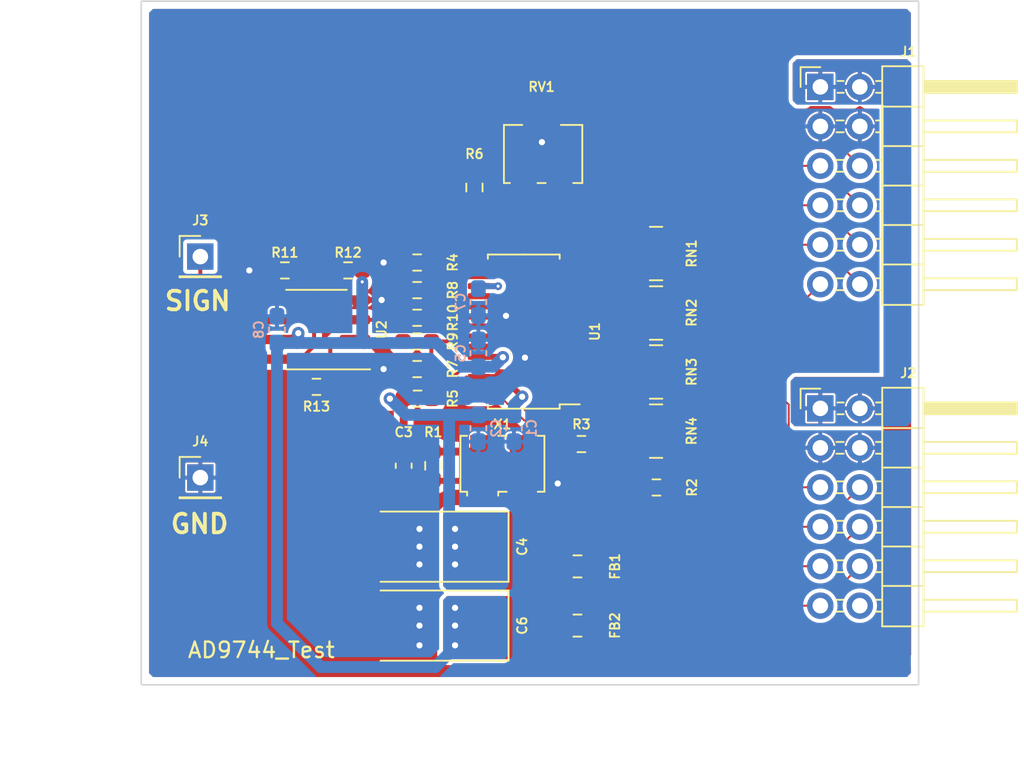
<source format=kicad_pcb>
(kicad_pcb (version 20221018) (generator pcbnew)
  (layers (0 "F.Cu" signal) (31 "B.Cu" signal) (34 "B.Paste" user) (35 "F.Paste" user) (36 "B.SilkS" user "B.Silkscreen") (37 "F.SilkS" user "F.Silkscreen") (38 "B.Mask" user) (39 "F.Mask" user) (44 "Edge.Cuts" user))
  (net 0 "")
  (net 1 "VDD")
  (net 2 "GND")
  (net 3 "/D3V3")
  (net 4 "Net-(U1-REFIO)")
  (net 5 "Net-(U1-IOUTB)")
  (net 6 "Net-(U1-IOUTA)")
  (net 7 "+3.3V")
  (net 8 "/WFD0")
  (net 9 "/WFD1")
  (net 10 "/WFD2")
  (net 11 "/WFD3")
  (net 12 "/WFD4")
  (net 13 "/WFD5")
  (net 14 "/WFD6")
  (net 15 "/WFD7")
  (net 16 "/WFD8")
  (net 17 "/WFD9")
  (net 18 "/WFD10")
  (net 19 "/WFD11")
  (net 20 "/WFD12")
  (net 21 "/WFD13")
  (net 22 "/WFCLK")
  (net 24 "Net-(J3-Pin_1)")
  (net 25 "Net-(U1-REFLO)")
  (net 26 "Net-(U1-MODE)")
  (net 27 "Net-(U1-FS_ADJ)")
  (net 28 "Net-(U2--)")
  (net 29 "Net-(U2-+)")
  (net 30 "Net-(RN1-R1.1)")
  (net 31 "Net-(RN1-R2.1)")
  (net 32 "Net-(RN1-R3.1)")
  (net 33 "Net-(RN1-R4.1)")
  (net 34 "Net-(RN2-R1.1)")
  (net 35 "Net-(RN2-R2.1)")
  (net 36 "Net-(RN2-R3.1)")
  (net 37 "Net-(RN2-R4.1)")
  (net 38 "Net-(RN3-R1.1)")
  (net 39 "Net-(RN3-R2.1)")
  (net 40 "Net-(RN3-R3.1)")
  (net 41 "Net-(RN3-R4.1)")
  (net 46 "Net-(RN4-R1.1)")
  (net 47 "Net-(RN4-R2.1)")
  (net 52 "Net-(U1-CLK)")
  (net 53 "Net-(X1-~{ST})")
  (net 54 "Net-(X1-OUT)")
  (footprint "Connector_PinHeader_2.54mm:PinHeader_1x01_P2.54mm_Vertical" (layer "F.Cu") (at 114.3 91.44)
    (fp_text reference "J3")
    (fp_text value "Conn_01x01")
  )
  (footprint "Inductor_SMD:L_0805_2012Metric_Pad1.15x1.40mm_HandSolder" (layer "F.Cu") (at 138.557 115.189 180)
    (fp_text reference "FB2")
    (fp_text value "MMZ1005S800HTD25")
  )
  (footprint "Resistor_SMD:R_0603_1608Metric_Pad0.98x0.95mm_HandSolder" (layer "F.Cu") (at 128.2465 98.679)
    (fp_text reference "R7")
    (fp_text value "25")
  )
  (footprint "Resistor_SMD:R_Array_Concave_4x0603" (layer "F.Cu") (at 143.6135 102.673)
    (fp_text reference "RN4")
    (fp_text value "27")
  )
  (footprint "Oscillator:Oscillator_SMD_SeikoEpson_SG8002LB-4Pin_5.0x3.2mm" (layer "F.Cu") (at 133.731 104.775)
    (fp_text reference "X1")
    (fp_text value "SG5032CAN 50.000000M-TJGA3")
  )
  (footprint "Connector_PinHeader_2.54mm:PinHeader_1x01_P2.54mm_Vertical" (layer "F.Cu") (at 114.3 105.664)
    (fp_text reference "J4")
    (fp_text value "Conn_01x01")
  )
  (footprint "Resistor_SMD:R_0603_1608Metric_Pad0.98x0.95mm_HandSolder" (layer "F.Cu") (at 128.2465 91.821)
    (fp_text reference "R4")
    (fp_text value "0")
  )
  (footprint "Resistor_SMD:R_0603_1608Metric_Pad0.98x0.95mm_HandSolder" (layer "F.Cu") (at 131.9295 86.995 -90)
    (fp_text reference "R6")
    (fp_text value "500")
  )
  (footprint "Capacitor_SMD:C_0603_1608Metric_Pad1.08x0.95mm_HandSolder" (layer "F.Cu") (at 127.381 104.902 -90)
    (fp_text reference "C3")
    (fp_text value "100n")
  )
  (footprint "Resistor_SMD:R_Array_Concave_4x0603" (layer "F.Cu") (at 143.6135 98.863)
    (fp_text reference "RN3")
    (fp_text value "27")
  )
  (footprint "Resistor_SMD:R_0603_1608Metric_Pad0.98x0.95mm_HandSolder" (layer "F.Cu") (at 128.2465 93.599 180)
    (fp_text reference "R8")
    (fp_text value "25")
  )
  (footprint "Resistor_SMD:R_0603_1608Metric_Pad0.98x0.95mm_HandSolder" (layer "F.Cu") (at 128.27 100.584 180)
    (fp_text reference "R5")
    (fp_text value "1k")
  )
  (footprint "Resistor_SMD:R_0603_1608Metric_Pad0.98x0.95mm_HandSolder" (layer "F.Cu") (at 119.7375 92.329 180)
    (fp_text reference "R11")
    (fp_text value "1k/.1%")
  )
  (footprint "Resistor_SMD:R_0603_1608Metric_Pad0.98x0.95mm_HandSolder" (layer "F.Cu") (at 143.637 106.299 180)
    (fp_text reference "R2")
    (fp_text value "51R1")
  )
  (footprint "Capacitor_Tantalum_SMD:CP_EIA-7343-20_Kemet-V_Pad2.25x2.55mm_HandSolder" (layer "F.Cu") (at 129.54 110.109 180)
    (fp_text reference "C4")
    (fp_text value "A700V226M016ATE018")
  )
  (footprint "Connector_PinHeader_2.54mm:PinHeader_2x06_P2.54mm_Horizontal" (layer "F.Cu") (at 154.178 80.518)
    (fp_text reference "J1")
    (fp_text value "71764-0012")
  )
  (footprint "Resistor_SMD:R_Array_Concave_4x0603" (layer "F.Cu") (at 143.6135 95.072)
    (fp_text reference "RN2")
    (fp_text value "27")
  )
  (footprint "Potentiometer_SMD:Potentiometer_Bourns_3224X_Vertical" (layer "F.Cu") (at 136.2475 84.836 180)
    (fp_text reference "RV1")
    (fp_text value "3224X-1-202E")
  )
  (footprint "Inductor_SMD:L_0805_2012Metric_Pad1.15x1.40mm_HandSolder" (layer "F.Cu") (at 138.557 111.379 180)
    (fp_text reference "FB1")
    (fp_text value "MMZ1005S800HTD25")
  )
  (footprint "Connector_PinHeader_2.54mm:PinHeader_2x06_P2.54mm_Horizontal" (layer "F.Cu") (at 154.178 101.208)
    (fp_text reference "J2")
    (fp_text value "71764-0012")
  )
  (footprint "Resistor_SMD:R_0603_1608Metric_Pad0.98x0.95mm_HandSolder" (layer "F.Cu") (at 129.286 104.902 -90)
    (fp_text reference "R1")
    (fp_text value "1k")
  )
  (footprint "Resistor_SMD:R_0603_1608Metric_Pad0.98x0.95mm_HandSolder" (layer "F.Cu") (at 128.2465 95.377 180)
    (fp_text reference "R10")
    (fp_text value "225")
  )
  (footprint "Resistor_SMD:R_0603_1608Metric_Pad0.98x0.95mm_HandSolder" (layer "F.Cu") (at 128.2465 96.901 180)
    (fp_text reference "R9")
    (fp_text value "225")
  )
  (footprint "Resistor_SMD:R_0603_1608Metric_Pad0.98x0.95mm_HandSolder" (layer "F.Cu") (at 138.811 103.505 180)
    (fp_text reference "R3")
    (fp_text value "51R1")
  )
  (footprint "Package_SO:SOIC-8_3.9x4.9mm_P1.27mm" (layer "F.Cu") (at 121.7695 96.139 180)
    (fp_text reference "U2")
    (fp_text value "AD8041")
  )
  (footprint "Resistor_SMD:R_0603_1608Metric_Pad0.98x0.95mm_HandSolder" (layer "F.Cu") (at 123.8015 92.329)
    (fp_text reference "R12")
    (fp_text value "1k/.1%")
  )
  (footprint "Resistor_SMD:R_Array_Concave_4x0603" (layer "F.Cu") (at 143.6135 91.243)
    (fp_text reference "RN1")
    (fp_text value "27")
  )
  (footprint "Package_SO:TSSOP-28_4.4x9.7mm_P0.65mm" (layer "F.Cu") (at 135.1045 96.266 180)
    (fp_text reference "U1")
    (fp_text value "AD9744")
  )
  (footprint "Resistor_SMD:R_0603_1608Metric_Pad0.98x0.95mm_HandSolder" (layer "F.Cu") (at 121.7695 99.822 180)
    (fp_text reference "R13")
    (fp_text value "500/.1%")
  )
  (footprint "Capacitor_Tantalum_SMD:CP_EIA-7343-20_Kemet-V_Pad2.25x2.55mm_HandSolder" (layer "F.Cu") (at 129.54 115.189 180)
    (fp_text reference "C6")
    (fp_text value "A700V226M016ATE018")
  )
  (footprint "Capacitor_SMD:C_0603_1608Metric_Pad1.08x0.95mm_HandSolder" (layer "B.Cu") (at 132.1835 97.663 90)
    (fp_text reference "C5")
    (fp_text value "100n")
  )
  (footprint "Capacitor_SMD:C_0603_1608Metric_Pad1.08x0.95mm_HandSolder" (layer "B.Cu") (at 132.1835 94.361 -90)
    (fp_text reference "C7")
    (fp_text value "100n")
  )
  (footprint "Capacitor_SMD:C_0603_1608Metric_Pad1.08x0.95mm_HandSolder" (layer "B.Cu") (at 119.2295 96.139 90)
    (fp_text reference "C8")
    (fp_text value "100n")
  )
  (footprint "Capacitor_SMD:C_0603_1608Metric_Pad1.08x0.95mm_HandSolder" (layer "B.Cu") (at 132.1835 102.489 -90)
    (fp_text reference "C2")
    (fp_text value "100n")
  )
  (footprint "Capacitor_SMD:C_0603_1608Metric_Pad1.08x0.95mm_HandSolder" (layer "B.Cu") (at 134.4695 102.489 -90)
    (fp_text reference "C1")
    (fp_text value "100n")
  )
  (gr_rect (start 110.5 75) (end 160.5 119) (stroke (width 0.1)) (fill none) (layer "Edge.Cuts"))
  (gr_text "SIGN" (at 111.887 94.996) (layer "F.SilkS") (effects (font (size 1.2 1.2) (thickness 0.24) bold) (justify left bottom)))
  (gr_text "AD9744_Test" (at 113.411 117.348) (layer "F.SilkS") (effects (font (size 1 1)) (justify left bottom)))
  (gr_text "GND" (at 112.268 109.347) (layer "F.SilkS") (effects (font (size 1.2 1.2) (thickness 0.24) bold) (justify left bottom)))
  (segment (start 130.683 115.189) (end 130.683 116.459) (width 0.254) (layer "F.Cu") (net 1))
  (segment (start 132.74 115.189) (end 130.683 115.189) (width 0.254) (layer "F.Cu") (net 1))
  (segment (start 130.683 115.189) (end 130.683 114.046) (width 0.254) (layer "F.Cu") (net 1))
  (segment (start 120.1947 96.774) (end 119.2945 96.774) (width 0.508) (layer "F.Cu") (net 1))
  (segment (start 120.6011 96.3676) (end 120.1947 96.774) (width 0.508) (layer "F.Cu") (net 1))
  (segment (start 133.7583 97.917) (end 133.7323 97.891) (width 0.381) (layer "F.Cu") (net 1))
  (segment (start 133.7323 97.891) (end 132.242 97.891) (width 0.381) (layer "F.Cu") (net 1))
  (segment (start 124.714 93.0675) (end 124.714 92.329) (width 0.508) (layer "F.Cu") (net 1))
  (via (at 133.7583 97.917) (size 0.8) (drill 0.4) (layers "F.Cu" "B.Cu") (net 1))
  (via (at 124.714 93.0675) (size 0.5) (drill 0.2) (layers "F.Cu" "B.Cu") (net 1))
  (via (at 130.683 116.459) (size 0.8) (drill 0.4) (layers "F.Cu" "B.Cu") (net 1))
  (via (at 130.683 114.046) (size 0.8) (drill 0.4) (layers "F.Cu" "B.Cu") (net 1))
  (via (at 120.6011 96.3676) (size 0.8) (drill 0.4) (layers "F.Cu" "B.Cu") (net 1))
  (via (at 130.683 115.189) (size 0.8) (drill 0.4) (layers "F.Cu" "B.Cu") (net 1))
  (segment (start 124.714 93.0675) (end 124.714 96.8745) (width 0.762) (layer "B.Cu") (net 1))
  (segment (start 119.2295 97.0015) (end 120.523 97.0015) (width 0.762) (layer "B.Cu") (net 1))
  (segment (start 131.014 98.5255) (end 132.1835 98.5255) (width 0.762) (layer "B.Cu") (net 1))
  (segment (start 124.841 97.0015) (end 129.49 97.0015) (width 0.762) (layer "B.Cu") (net 1))
  (segment (start 129.413 117.856) (end 122.047 117.856) (width 0.762) (layer "B.Cu") (net 1))
  (segment (start 119.2295 115.0385) (end 119.2295 97.0015) (width 0.762) (layer "B.Cu") (net 1))
  (segment (start 120.6011 96.9234) (end 120.523 97.0015) (width 0.762) (layer "B.Cu") (net 1))
  (segment (start 129.49 97.0015) (end 131.014 98.5255) (width 0.762) (layer "B.Cu") (net 1))
  (segment (start 133.7583 97.917) (end 133.1498 98.5255) (width 0.762) (layer "B.Cu") (net 1))
  (segment (start 133.1498 98.5255) (end 132.1835 98.5255) (width 0.762) (layer "B.Cu") (net 1))
  (segment (start 124.714 96.8745) (end 124.841 97.0015) (width 0.762) (layer "B.Cu") (net 1))
  (segment (start 122.047 117.856) (end 119.2295 115.0385) (width 0.762) (layer "B.Cu") (net 1))
  (segment (start 120.523 97.0015) (end 124.841 97.0015) (width 0.762) (layer "B.Cu") (net 1))
  (segment (start 130.683 116.586) (end 129.413 117.856) (width 0.762) (layer "B.Cu") (net 1))
  (segment (start 130.683 116.459) (end 130.683 116.586) (width 0.762) (layer "B.Cu") (net 1))
  (segment (start 120.6011 96.3676) (end 120.6011 96.9234) (width 0.762) (layer "B.Cu") (net 1))
  (segment (start 135.001 105.875) (end 137.117 105.875) (width 0.127) (layer "F.Cu") (net 2))
  (segment (start 132.242 99.191) (end 133.5765 99.191) (width 0.381) (layer "F.Cu") (net 2))
  (segment (start 132.242 95.291) (end 133.9205 95.291) (width 0.381) (layer "F.Cu") (net 2))
  (segment (start 128.397 110.109) (end 128.397 108.966) (width 0.127) (layer "F.Cu") (net 2))
  (segment (start 124.2445 94.234) (end 125.9605 94.234) (width 0.381) (layer "F.Cu") (net 2))
  (segment (start 128.397 115.189) (end 128.397 116.459) (width 0.127) (layer "F.Cu") (net 2))
  (segment (start 126.34 110.109) (end 128.397 110.109) (width 0.127) (layer "F.Cu") (net 2))
  (segment (start 137.117 105.875) (end 137.287 106.045) (width 0.127) (layer "F.Cu") (net 2))
  (segment (start 128.397 110.109) (end 128.397 111.252) (width 0.127) (layer "F.Cu") (net 2))
  (segment (start 133.5765 99.191) (end 133.8345 98.933) (width 0.381) (layer "F.Cu") (net 2))
  (segment (start 134.1901 98.933) (end 135.1807 97.9424) (width 0.381) (layer "F.Cu") (net 2))
  (segment (start 127.334 98.679) (end 126.0875 98.679) (width 0.127) (layer "F.Cu") (net 2))
  (segment (start 136.2475 84.0505) (end 136.271 84.074) (width 0.127) (layer "F.Cu") (net 2))
  (segment (start 136.2475 82.286) (end 136.2475 84.0505) (width 0.127) (layer "F.Cu") (net 2))
  (segment (start 127.334 91.821) (end 126.0875 91.821) (width 0.127) (layer "F.Cu") (net 2))
  (segment (start 128.397 115.189) (end 128.397 114.046) (width 0.127) (layer "F.Cu") (net 2))
  (segment (start 133.9205 95.291) (end 133.9615 95.25) (width 0.381) (layer "F.Cu") (net 2))
  (segment (start 126.34 115.189) (end 128.397 115.189) (width 0.127) (layer "F.Cu") (net 2))
  (segment (start 133.8345 98.933) (end 134.1901 98.933) (width 0.381) (layer "F.Cu") (net 2))
  (segment (start 118.825 92.329) (end 117.4515 92.329) (width 0.127) (layer "F.Cu") (net 2))
  (via (at 135.1807 97.9424) (size 0.8) (drill 0.4) (layers "F.Cu" "B.Cu") (net 2))
  (via (at 126.0875 98.679) (size 0.8) (drill 0.4) (layers "F.Cu" "B.Cu") (net 2))
  (via (at 117.4515 92.329) (size 0.8) (drill 0.4) (layers "F.Cu" "B.Cu") (net 2))
  (via (at 137.287 106.045) (size 0.8) (drill 0.4) (layers "F.Cu" "B.Cu") (net 2))
  (via (at 128.397 116.459) (size 0.8) (drill 0.4) (layers "F.Cu" "B.Cu") (net 2))
  (via (at 133.9615 95.25) (size 0.8) (drill 0.4) (layers "F.Cu" "B.Cu") (net 2))
  (via (at 136.271 84.074) (size 0.8) (drill 0.4) (layers "F.Cu" "B.Cu") (net 2))
  (via (at 126.0875 91.821) (size 0.8) (drill 0.4) (layers "F.Cu" "B.Cu") (net 2))
  (via (at 128.397 115.189) (size 0.8) (drill 0.4) (layers "F.Cu" "B.Cu") (net 2))
  (via (at 128.397 108.966) (size 0.8) (drill 0.4) (layers "F.Cu" "B.Cu") (net 2))
  (via (at 128.397 110.109) (size 0.8) (drill 0.4) (layers "F.Cu" "B.Cu") (net 2))
  (via (at 128.397 114.046) (size 0.8) (drill 0.4) (layers "F.Cu" "B.Cu") (net 2))
  (via (at 125.9605 94.234) (size 0.8) (drill 0.4) (layers "F.Cu" "B.Cu") (net 2))
  (via (at 128.397 111.252) (size 0.8) (drill 0.4) (layers "F.Cu" "B.Cu") (net 2))
  (segment (start 129.236 104.0395) (end 129.286 103.9895) (width 0.508) (layer "F.Cu") (net 3))
  (segment (start 132.1465 103.9895) (end 132.461 103.675) (width 0.508) (layer "F.Cu") (net 3))
  (segment (start 130.683 110.109) (end 130.683 111.252) (width 0.254) (layer "F.Cu") (net 3))
  (segment (start 132.74 110.109) (end 130.683 110.109) (width 0.254) (layer "F.Cu") (net 3))
  (segment (start 127.381 104.0395) (end 127.381 100.6075) (width 0.508) (layer "F.Cu") (net 3))
  (segment (start 127.381 100.6075) (end 127.3575 100.584) (width 0.508) (layer "F.Cu") (net 3))
  (segment (start 130.683 110.109) (end 130.683 108.966) (width 0.254) (layer "F.Cu") (net 3))
  (segment (start 135.001 100.457) (end 134.385 99.841) (width 0.381) (layer "F.Cu") (net 3))
  (segment (start 134.385 99.841) (end 132.242 99.841) (width 0.381) (layer "F.Cu") (net 3))
  (segment (start 129.286 103.9895) (end 132.1465 103.9895) (width 0.508) (layer "F.Cu") (net 3))
  (segment (start 127.381 104.0395) (end 129.236 104.0395) (width 0.508) (layer "F.Cu") (net 3))
  (via (at 135.001 100.457) (size 0.8) (drill 0.4) (layers "F.Cu" "B.Cu") (net 3))
  (via (at 130.683 111.252) (size 0.8) (drill 0.4) (layers "F.Cu" "B.Cu") (net 3))
  (via (at 130.683 110.109) (size 0.8) (drill 0.4) (layers "F.Cu" "B.Cu") (net 3))
  (via (at 130.683 108.966) (size 0.8) (drill 0.4) (layers "F.Cu" "B.Cu") (net 3))
  (via (at 126.492 100.584) (size 0.8) (drill 0.4) (layers "F.Cu" "B.Cu") (net 3))
  (segment (start 135.001 100.457) (end 134.4695 100.9885) (width 0.762) (layer "B.Cu") (net 3))
  (segment (start 134.4695 101.6265) (end 132.1835 101.6265) (width 0.762) (layer "B.Cu") (net 3))
  (segment (start 127.5345 101.6265) (end 126.492 100.584) (width 0.762) (layer "B.Cu") (net 3))
  (segment (start 130.302 101.6265) (end 132.1835 101.6265) (width 0.762) (layer "B.Cu") (net 3))
  (segment (start 130.302 108.585) (end 130.302 101.6265) (width 0.762) (layer "B.Cu") (net 3))
  (segment (start 134.4695 100.9885) (end 134.4695 101.6265) (width 0.762) (layer "B.Cu") (net 3))
  (segment (start 130.683 108.966) (end 130.302 108.585) (width 0.762) (layer "B.Cu") (net 3))
  (segment (start 130.302 101.6265) (end 127.5345 101.6265) (width 0.762) (layer "B.Cu") (net 3))
  (segment (start 132.242 93.341) (end 133.4495 93.341) (width 0.381) (layer "F.Cu") (net 4))
  (segment (start 133.4495 93.341) (end 133.4535 93.345) (width 0.381) (layer "F.Cu") (net 4))
  (via (at 133.4535 93.345) (size 0.5) (drill 0.2) (layers "F.Cu" "B.Cu") (net 4))
  (segment (start 133.4535 93.345) (end 132.337 93.345) (width 0.381) (layer "B.Cu") (net 4))
  (segment (start 132.337 93.345) (end 132.1835 93.4985) (width 0.381) (layer "B.Cu") (net 4))
  (segment (start 129.8975 95.377) (end 129.159 95.377) (width 0.254) (layer "F.Cu") (net 5))
  (segment (start 129.159 95.377) (end 129.159 93.599) (width 0.254) (layer "F.Cu") (net 5))
  (segment (start 130.4615 95.941) (end 129.8975 95.377) (width 0.254) (layer "F.Cu") (net 5))
  (segment (start 132.242 95.941) (end 130.4615 95.941) (width 0.254) (layer "F.Cu") (net 5))
  (segment (start 129.159 96.901) (end 129.159 98.679) (width 0.254) (layer "F.Cu") (net 6))
  (segment (start 130.175 96.901) (end 129.159 96.901) (width 0.254) (layer "F.Cu") (net 6))
  (segment (start 130.485 96.591) (end 130.175 96.901) (width 0.254) (layer "F.Cu") (net 6))
  (segment (start 132.242 96.591) (end 130.485 96.591) (width 0.254) (layer "F.Cu") (net 6))
  (segment (start 148.427077 86.014256) (end 148.677455 86.264634) (width 0.127) (layer "F.Cu") (net 8))
  (segment (start 147.121818 88.209179) (end 147.121819 88.209181) (width 0.127) (layer "F.Cu") (net 8))
  (segment (start 150.342018 85.595744) (end 149.593804 84.84753) (width 0.127) (layer "F.Cu") (net 8))
  (segment (start 149.066363 85.875727) (end 149.066364 85.875727) (width 0.127) (layer "F.Cu") (net 8))
  (segment (start 148.288545 86.653545) (end 148.288546 86.653545) (width 0.127) (layer "F.Cu") (net 8))
  (segment (start 149.204894 85.236439) (end 149.455272 85.486817) (width 0.127) (layer "F.Cu") (net 8))
  (segment (start 146.732909 88.209181) (end 146.73291 88.209181) (width 0.127) (layer "F.Cu") (net 8))
  (segment (start 150.621999 85.09791) (end 150.730925 85.206836) (width 0.127) (layer "F.Cu") (net 8))
  (segment (start 147.899636 87.431361) (end 147.899637 87.43136) (width 0.127) (layer "F.Cu") (net 8))
  (segment (start 147.649258 86.403167) (end 147.649259 86.403166) (width 0.127) (layer "F.Cu") (net 8))
  (segment (start 150.622 85.09791) (end 150.621999 85.09791) (width 0.127) (layer "F.Cu") (net 8))
  (segment (start 147.649259 86.792074) (end 147.899637 87.042452) (width 0.127) (layer "F.Cu") (net 8))
  (segment (start 156.718 85.598) (end 155.575 84.455) (width 0.127) (layer "F.Cu") (net 8))
  (segment (start 146.09368 87.958859) (end 146.09368 87.95886) (width 0.127) (layer "F.Cu") (net 8))
  (segment (start 147.510728 87.431363) (end 147.260388 87.181023) (width 0.127) (layer "F.Cu") (net 8))
  (segment (start 148.427076 85.625349) (end 148.427077 85.625348) (width 0.127) (layer "F.Cu") (net 8))
  (segment (start 150.730925 85.595744) (end 150.730926 85.595744) (width 0.127) (layer "F.Cu") (net 8))
  (segment (start 146.871479 87.569931) (end 147.121818 87.82027) (width 0.127) (layer "F.Cu") (net 8))
  (segment (start 146.09368 88.347768) (end 146.344 88.598088) (width 0.127) (layer "F.Cu") (net 8))
  (segment (start 146.344001 88.986997) (end 146.344 88.986997) (width 0.127) (layer "F.Cu") (net 8))
  (segment (start 148.677455 86.653542) (end 148.677455 86.653545) (width 0.127) (layer "F.Cu") (net 8))
  (segment (start 146.871479 87.181022) (end 146.871479 87.181023) (width 0.127) (layer "F.Cu") (net 8))
  (segment (start 148.677454 86.653543) (end 148.677455 86.653542) (width 0.127) (layer "F.Cu") (net 8))
  (segment (start 150.876 84.455) (end 150.622 84.709) (width 0.127) (layer "F.Cu") (net 8))
  (segment (start 149.455272 85.875725) (end 149.455273 85.875727) (width 0.127) (layer "F.Cu") (net 8))
  (segment (start 149.204893 85.236439) (end 149.204894 85.236439) (width 0.127) (layer "F.Cu") (net 8))
  (segment (start 146.344 88.986997) (end 145.288 90.043) (width 0.127) (layer "F.Cu") (net 8))
  (segment (start 147.121819 88.209179) (end 147.121818 88.209179) (width 0.127) (layer "F.Cu") (net 8))
  (segment (start 155.575 84.455) (end 150.876 84.455) (width 0.127) (layer "F.Cu") (net 8))
  (segment (start 146.73291 88.209181) (end 146.482589 87.95886) (width 0.127) (layer "F.Cu") (net 8))
  (segment (start 149.204896 84.84753) (end 149.204894 84.84753) (width 0.127) (layer "F.Cu") (net 8))
  (segment (start 147.510727 87.431363) (end 147.510728 87.431363) (width 0.127) (layer "F.Cu") (net 8))
  (segment (start 148.288546 86.653545) (end 148.038167 86.403166) (width 0.127) (layer "F.Cu") (net 8))
  (segment (start 149.066364 85.875727) (end 148.815985 85.625348) (width 0.127) (layer "F.Cu") (net 8))
  (segment (start 149.455271 85.875726) (end 149.455272 85.875725) (width 0.127) (layer "F.Cu") (net 8))
  (segment (start 145.288 90.043) (end 144.4635 90.043) (width 0.127) (layer "F.Cu") (net 8))
  (segment (start 147.899637 87.43136) (end 147.899637 87.431363) (width 0.127) (layer "F.Cu") (net 8))
  (arc (start 150.730925 85.206836) (mid 150.811471 85.401289) (end 150.730925 85.595744) (width 0.127) (layer "F.Cu") (net 8))
  (arc (start 148.815985 85.625348) (mid 148.62153 85.544803) (end 148.427076 85.625349) (width 0.127) (layer "F.Cu") (net 8))
  (arc (start 147.121818 87.82027) (mid 147.202364 88.014724) (end 147.121819 88.209179) (width 0.127) (layer "F.Cu") (net 8))
  (arc (start 150.622 84.709) (mid 150.541453 84.903456) (end 150.622 85.09791) (width 0.127) (layer "F.Cu") (net 8))
  (arc (start 150.730926 85.595744) (mid 150.536471 85.67629) (end 150.342018 85.595744) (width 0.127) (layer "F.Cu") (net 8))
  (arc (start 147.260388 87.181023) (mid 147.065934 87.100477) (end 146.871479 87.181022) (width 0.127) (layer "F.Cu") (net 8))
  (arc (start 148.677455 86.264634) (mid 148.758 86.459089) (end 148.677454 86.653543) (width 0.127) (layer "F.Cu") (net 8))
  (arc (start 147.121819 88.209181) (mid 146.927364 88.289727) (end 146.732909 88.209181) (width 0.127) (layer "F.Cu") (net 8))
  (arc (start 147.649259 86.403166) (mid 147.568714 86.59762) (end 147.649259 86.792074) (width 0.127) (layer "F.Cu") (net 8))
  (arc (start 146.482589 87.95886) (mid 146.288135 87.878314) (end 146.09368 87.958859) (width 0.127) (layer "F.Cu") (net 8))
  (arc (start 147.899637 87.431363) (mid 147.705182 87.511909) (end 147.510727 87.431363) (width 0.127) (layer "F.Cu") (net 8))
  (arc (start 149.455272 85.486817) (mid 149.535817 85.681272) (end 149.455271 85.875726) (width 0.127) (layer "F.Cu") (net 8))
  (arc (start 149.455273 85.875727) (mid 149.260818 85.956273) (end 149.066363 85.875727) (width 0.127) (layer "F.Cu") (net 8))
  (arc (start 146.344 88.598088) (mid 146.424546 88.792542) (end 146.344001 88.986997) (width 0.127) (layer "F.Cu") (net 8))
  (arc (start 146.09368 87.95886) (mid 146.013135 88.153314) (end 146.09368 88.347768) (width 0.127) (layer "F.Cu") (net 8))
  (arc (start 149.204894 84.84753) (mid 149.124348 85.041984) (end 149.204893 85.236439) (width 0.127) (layer "F.Cu") (net 8))
  (arc (start 148.427077 85.625348) (mid 148.346532 85.819802) (end 148.427077 86.014256) (width 0.127) (layer "F.Cu") (net 8))
  (arc (start 148.038167 86.403166) (mid 147.843712 86.322621) (end 147.649258 86.403167) (width 0.127) (layer "F.Cu") (net 8))
  (arc (start 148.677455 86.653545) (mid 148.483 86.734091) (end 148.288545 86.653545) (width 0.127) (layer "F.Cu") (net 8))
  (arc (start 146.871479 87.181023) (mid 146.790934 87.375477) (end 146.871479 87.569931) (width 0.127) (layer "F.Cu") (net 8))
  (arc (start 149.593804 84.84753) (mid 149.39935 84.766985) (end 149.204896 84.84753) (width 0.127) (layer "F.Cu") (net 8))
  (arc (start 147.899637 87.042452) (mid 147.980182 87.236907) (end 147.899636 87.431361) (width 0.127) (layer "F.Cu") (net 8))
  (segment (start 146.994128 88.758361) (end 146.994129 88.75836) (width 0.127) (layer "F.Cu") (net 9))
  (segment (start 146.994129 89.041202) (end 147.262541 89.309614) (width 0.127) (layer "F.Cu") (net 9))
  (segment (start 149.525284 87.329713) (end 149.525285 87.329712) (width 0.127) (layer "F.Cu") (net 9))
  (segment (start 146.696854 90.158143) (end 146.696855 90.158145) (width 0.127) (layer "F.Cu") (net 9))
  (segment (start 146.012 90.843) (end 144.4635 90.843) (width 0.127) (layer "F.Cu") (net 9))
  (segment (start 146.979697 89.592459) (end 146.979698 89.592459) (width 0.127) (layer "F.Cu") (net 9))
  (segment (start 145.862728 90.172546) (end 146.131168 90.440986) (width 0.127) (layer "F.Cu") (net 9))
  (segment (start 149.822627 86.212843) (end 149.822628 86.212843) (width 0.127) (layer "F.Cu") (net 9))
  (segment (start 149.808127 86.764029) (end 149.808128 86.764029) (width 0.127) (layer "F.Cu") (net 9))
  (segment (start 148.959598 87.895399) (end 148.959599 87.895401) (width 0.127) (layer "F.Cu") (net 9))
  (segment (start 149.525285 87.329712) (end 149.525285 87.329715) (width 0.127) (layer "F.Cu") (net 9))
  (segment (start 149.822629 85.93) (end 149.822628 85.93) (width 0.127) (layer "F.Cu") (net 9))
  (segment (start 146.414012 90.158145) (end 146.145571 89.889704) (width 0.127) (layer "F.Cu") (net 9))
  (segment (start 146.979698 89.592459) (end 146.711262 89.324023) (width 0.127) (layer "F.Cu") (net 9))
  (segment (start 148.111069 88.461087) (end 148.11107 88.461087) (width 0.127) (layer "F.Cu") (net 9))
  (segment (start 148.69123 87.061345) (end 148.69123 87.061346) (width 0.127) (layer "F.Cu") (net 9))
  (segment (start 149.256929 86.778514) (end 149.525285 87.04687) (width 0.127) (layer "F.Cu") (net 9))
  (segment (start 146.42842 89.324023) (end 146.428419 89.324023) (width 0.127) (layer "F.Cu") (net 9))
  (segment (start 146.131168 90.723829) (end 146.012 90.843) (width 0.127) (layer "F.Cu") (net 9))
  (segment (start 147.262541 89.592456) (end 147.262541 89.592459) (width 0.127) (layer "F.Cu") (net 9))
  (segment (start 149.242442 87.329715) (end 148.974073 87.061346) (width 0.127) (layer "F.Cu") (net 9))
  (segment (start 147.545383 89.026773) (end 147.545384 89.026773) (width 0.127) (layer "F.Cu") (net 9))
  (segment (start 147.55983 88.475531) (end 147.828227 88.743928) (width 0.127) (layer "F.Cu") (net 9))
  (segment (start 150.090969 86.764028) (end 150.09097 86.764027) (width 0.127) (layer "F.Cu") (net 9))
  (segment (start 151.207877 86.749564) (end 151.207877 86.749563) (width 0.127) (layer "F.Cu") (net 9))
  (segment (start 149.808128 86.764029) (end 149.539771 86.495672) (width 0.127) (layer "F.Cu") (net 9))
  (segment (start 148.676755 87.895401) (end 148.676756 87.895401) (width 0.127) (layer "F.Cu") (net 9))
  (segment (start 149.242441 87.329715) (end 149.242442 87.329715) (width 0.127) (layer "F.Cu") (net 9))
  (segment (start 149.822628 86.212843) (end 150.09097 86.481185) (width 0.127) (layer "F.Cu") (net 9))
  (segment (start 148.12553 87.909859) (end 148.393913 88.178242) (width 0.127) (layer "F.Cu") (net 9))
  (segment (start 148.69123 87.344188) (end 148.959598 87.612556) (width 0.127) (layer "F.Cu") (net 9))
  (segment (start 150.656659 86.481187) (end 150.105472 85.93) (width 0.127) (layer "F.Cu") (net 9))
  (segment (start 147.545384 89.026773) (end 147.276971 88.75836) (width 0.127) (layer "F.Cu") (net 9))
  (segment (start 150.939499 86.198344) (end 151.207876 86.466721) (width 0.127) (layer "F.Cu") (net 9))
  (segment (start 150.925035 86.749563) (end 150.656659 86.481187) (width 0.127) (layer "F.Cu") (net 9))
  (segment (start 154.178 85.598) (end 151.257 85.598) (width 0.127) (layer "F.Cu") (net 9))
  (segment (start 146.428419 89.606865) (end 146.696854 89.8753) (width 0.127) (layer "F.Cu") (net 9))
  (segment (start 145.862729 89.889704) (end 145.862728 89.889704) (width 0.127) (layer "F.Cu") (net 9))
  (segment (start 146.696854 90.158142) (end 146.696854 90.158143) (width 0.127) (layer "F.Cu") (net 9))
  (segment (start 146.131168 90.723828) (end 146.131168 90.723829) (width 0.127) (layer "F.Cu") (net 9))
  (segment (start 148.11107 88.461087) (end 147.842672 88.192689) (width 0.127) (layer "F.Cu") (net 9))
  (segment (start 148.125529 87.627018) (end 148.12553 87.627017) (width 0.127) (layer "F.Cu") (net 9))
  (segment (start 147.559829 88.19269) (end 147.55983 88.192689) (width 0.127) (layer "F.Cu") (net 9))
  (segment (start 151.257 85.598) (end 150.9395 85.9155) (width 0.127) (layer "F.Cu") (net 9))
  (segment (start 150.09097 86.764027) (end 150.090971 86.764029) (width 0.127) (layer "F.Cu") (net 9))
  (segment (start 147.828226 89.026771) (end 147.828227 89.02677) (width 0.127) (layer "F.Cu") (net 9))
  (segment (start 150.9395 86.198344) (end 150.939499 86.198344) (width 0.127) (layer "F.Cu") (net 9))
  (segment (start 149.256928 86.495673) (end 149.256929 86.495672) (width 0.127) (layer "F.Cu") (net 9))
  (segment (start 147.26254 89.592457) (end 147.262541 89.592456) (width 0.127) (layer "F.Cu") (net 9))
  (segment (start 147.828227 89.02677) (end 147.828227 89.026773) (width 0.127) (layer "F.Cu") (net 9))
  (segment (start 149.82263 85.93) (end 149.822629 85.93) (width 0.127) (layer "F.Cu") (net 9))
  (segment (start 148.393913 88.461084) (end 148.393913 88.461087) (width 0.127) (layer "F.Cu") (net 9))
  (segment (start 148.676756 87.895401) (end 148.408372 87.627017) (width 0.127) (layer "F.Cu") (net 9))
  (segment (start 148.959599 87.895399) (end 148.959598 87.895399) (width 0.127) (layer "F.Cu") (net 9))
  (segment (start 148.393912 88.461085) (end 148.393913 88.461084) (width 0.127) (layer "F.Cu") (net 9))
  (segment (start 146.414011 90.158145) (end 146.414012 90.158145) (width 0.127) (layer "F.Cu") (net 9))
  (arc (start 146.696854 89.8753) (mid 146.755432 90.016721) (end 146.696854 90.158142) (width 0.127) (layer "F.Cu") (net 9))
  (arc (start 149.822628 85.93) (mid 149.764049 86.071421) (end 149.822627 86.212843) (width 0.127) (layer "F.Cu") (net 9))
  (arc (start 147.276971 88.75836) (mid 147.135549 88.699782) (end 146.994128 88.758361) (width 0.127) (layer "F.Cu") (net 9))
  (arc (start 147.55983 88.192689) (mid 147.501252 88.33411) (end 147.55983 88.475531) (width 0.127) (layer "F.Cu") (net 9))
  (arc (start 146.145571 89.889704) (mid 146.00415 89.831126) (end 145.862729 89.889704) (width 0.127) (layer "F.Cu") (net 9))
  (arc (start 149.539771 86.495672) (mid 149.398349 86.437094) (end 149.256928 86.495673) (width 0.127) (layer "F.Cu") (net 9))
  (arc (start 148.959598 87.612556) (mid 149.018177 87.753977) (end 148.959599 87.895399) (width 0.127) (layer "F.Cu") (net 9))
  (arc (start 148.408372 87.627017) (mid 148.26695 87.568439) (end 148.125529 87.627018) (width 0.127) (layer "F.Cu") (net 9))
  (arc (start 149.256929 86.495672) (mid 149.198351 86.637093) (end 149.256929 86.778514) (width 0.127) (layer "F.Cu") (net 9))
  (arc (start 146.994129 88.75836) (mid 146.935551 88.899781) (end 146.994129 89.041202) (width 0.127) (layer "F.Cu") (net 9))
  (arc (start 150.090971 86.764029) (mid 149.949549 86.822608) (end 149.808127 86.764029) (width 0.127) (layer "F.Cu") (net 9))
  (arc (start 149.525285 87.329715) (mid 149.383863 87.388294) (end 149.242441 87.329715) (width 0.127) (layer "F.Cu") (net 9))
  (arc (start 149.525285 87.04687) (mid 149.583863 87.188292) (end 149.525284 87.329713) (width 0.127) (layer "F.Cu") (net 9))
  (arc (start 146.131168 90.440986) (mid 146.189746 90.582407) (end 146.131168 90.723828) (width 0.127) (layer "F.Cu") (net 9))
  (arc (start 150.105472 85.93) (mid 149.964051 85.871422) (end 149.82263 85.93) (width 0.127) (layer "F.Cu") (net 9))
  (arc (start 147.828227 89.026773) (mid 147.686805 89.085352) (end 147.545383 89.026773) (width 0.127) (layer "F.Cu") (net 9))
  (arc (start 145.862728 89.889704) (mid 145.80415 90.031125) (end 145.862728 90.172546) (width 0.127) (layer "F.Cu") (net 9))
  (arc (start 146.428419 89.324023) (mid 146.369841 89.465444) (end 146.428419 89.606865) (width 0.127) (layer "F.Cu") (net 9))
  (arc (start 148.393913 88.178242) (mid 148.452491 88.319664) (end 148.393912 88.461085) (width 0.127) (layer "F.Cu") (net 9))
  (arc (start 147.828227 88.743928) (mid 147.886805 88.88535) (end 147.828226 89.026771) (width 0.127) (layer "F.Cu") (net 9))
  (arc (start 147.262541 89.309614) (mid 147.321119 89.451036) (end 147.26254 89.592457) (width 0.127) (layer "F.Cu") (net 9))
  (arc (start 151.207876 86.466721) (mid 151.266455 86.608142) (end 151.207877 86.749564) (width 0.127) (layer "F.Cu") (net 9))
  (arc (start 147.842672 88.192689) (mid 147.70125 88.134111) (end 147.559829 88.19269) (width 0.127) (layer "F.Cu") (net 9))
  (arc (start 148.393913 88.461087) (mid 148.252491 88.519666) (end 148.111069 88.461087) (width 0.127) (layer "F.Cu") (net 9))
  (arc (start 146.711262 89.324023) (mid 146.569841 89.265445) (end 146.42842 89.324023) (width 0.127) (layer "F.Cu") (net 9))
  (arc (start 147.262541 89.592459) (mid 147.121119 89.651038) (end 146.979697 89.592459) (width 0.127) (layer "F.Cu") (net 9))
  (arc (start 150.9395 85.9155) (mid 150.88092 86.056923) (end 150.9395 86.198344) (width 0.127) (layer "F.Cu") (net 9))
  (arc (start 148.69123 87.061346) (mid 148.632652 87.202767) (end 148.69123 87.344188) (width 0.127) (layer "F.Cu") (net 9))
  (arc (start 146.696855 90.158145) (mid 146.555433 90.216724) (end 146.414011 90.158145) (width 0.127) (layer "F.Cu") (net 9))
  (arc (start 148.959599 87.895401) (mid 148.818177 87.95398) (end 148.676755 87.895401) (width 0.127) (layer "F.Cu") (net 9))
  (arc (start 148.974073 87.061346) (mid 148.832652 87.002767) (end 148.69123 87.061345) (width 0.127) (layer "F.Cu") (net 9))
  (arc (start 150.09097 86.481185) (mid 150.149548 86.622607) (end 150.090969 86.764028) (width 0.127) (layer "F.Cu") (net 9))
  (arc (start 148.12553 87.627017) (mid 148.066952 87.768438) (end 148.12553 87.909859) (width 0.127) (layer "F.Cu") (net 9))
  (arc (start 151.207877 86.749563) (mid 151.066455 86.808142) (end 150.925035 86.749563) (width 0.127) (layer "F.Cu") (net 9))
  (segment (start 150.938802 87.7584) (end 150.385619 87.205217) (width 0.127) (layer "F.Cu") (net 10))
  (segment (start 149.666006 88.712993) (end 149.666006 88.712994) (width 0.127) (layer "F.Cu") (net 10))
  (segment (start 151.257 87.4402) (end 151.256999 87.4402) (width 0.127) (layer "F.Cu") (net 10))
  (segment (start 149.029608 89.349389) (end 149.029609 89.34939) (width 0.127) (layer "F.Cu") (net 10))
  (segment (start 147.120418 91.258581) (end 146.736 91.643) (width 0.127) (layer "F.Cu") (net 10))
  (segment (start 149.984203 88.076597) (end 149.984204 88.076597) (width 0.127) (layer "F.Cu") (net 10))
  (segment (start 149.029609 89.34939) (end 149.029609 89.349391) (width 0.127) (layer "F.Cu") (net 10))
  (segment (start 150.302403 88.076596) (end 150.302403 88.076597) (width 0.127) (layer "F.Cu") (net 10))
  (segment (start 151.256999 87.4402) (end 151.421262 87.604463) (width 0.127) (layer "F.Cu") (net 10))
  (segment (start 148.075013 89.985788) (end 147.840037 89.750812) (width 0.127) (layer "F.Cu") (net 10))
  (segment (start 148.393212 89.985787) (end 148.393212 89.985788) (width 0.127) (layer "F.Cu") (net 10))
  (segment (start 148.158229 89.432606) (end 148.393211 89.667588) (width 0.127) (layer "F.Cu") (net 10))
  (segment (start 148.711409 89.349391) (end 148.71141 89.349391) (width 0.127) (layer "F.Cu") (net 10))
  (segment (start 149.984204 88.076597) (end 149.749221 87.841614) (width 0.127) (layer "F.Cu") (net 10))
  (segment (start 151.103064 87.922662) (end 150.938802 87.7584) (width 0.127) (layer "F.Cu") (net 10))
  (segment (start 151.421262 87.922661) (end 151.421262 87.922662) (width 0.127) (layer "F.Cu") (net 10))
  (segment (start 149.347806 88.712994) (end 149.347807 88.712994) (width 0.127) (layer "F.Cu") (net 10))
  (segment (start 150.067421 87.205217) (end 150.06742 87.205217) (width 0.127) (layer "F.Cu") (net 10))
  (segment (start 147.521839 90.06901) (end 147.756814 90.303985) (width 0.127) (layer "F.Cu") (net 10))
  (segment (start 150.06742 87.523415) (end 150.302402 87.758397) (width 0.127) (layer "F.Cu") (net 10))
  (segment (start 148.393211 89.985786) (end 148.393212 89.985787) (width 0.127) (layer "F.Cu") (net 10))
  (segment (start 150.302402 88.076595) (end 150.302403 88.076596) (width 0.127) (layer "F.Cu") (net 10))
  (segment (start 147.756815 90.622184) (end 147.756815 90.622185) (width 0.127) (layer "F.Cu") (net 10))
  (segment (start 146.885435 90.7054) (end 147.120417 90.940382) (width 0.127) (layer "F.Cu") (net 10))
  (segment (start 155.448 86.868) (end 151.511 86.868) (width 0.127) (layer "F.Cu") (net 10))
  (segment (start 149.666005 88.712992) (end 149.666006 88.712993) (width 0.127) (layer "F.Cu") (net 10))
  (segment (start 149.347807 88.712994) (end 149.112824 88.478011) (width 0.127) (layer "F.Cu") (net 10))
  (segment (start 156.718 88.138) (end 155.448 86.868) (width 0.127) (layer "F.Cu") (net 10))
  (segment (start 148.794626 88.796209) (end 149.029608 89.031191) (width 0.127) (layer "F.Cu") (net 10))
  (segment (start 147.438616 90.622185) (end 147.203633 90.387202) (width 0.127) (layer "F.Cu") (net 10))
  (segment (start 148.075012 89.985788) (end 148.075013 89.985788) (width 0.127) (layer "F.Cu") (net 10))
  (segment (start 147.120417 91.25858) (end 147.120418 91.258581) (width 0.127) (layer "F.Cu") (net 10))
  (segment (start 147.756814 90.622183) (end 147.756815 90.622184) (width 0.127) (layer "F.Cu") (net 10))
  (segment (start 149.431023 88.159812) (end 149.666005 88.394794) (width 0.127) (layer "F.Cu") (net 10))
  (segment (start 146.736 91.643) (end 144.4635 91.643) (width 0.127) (layer "F.Cu") (net 10))
  (segment (start 147.438615 90.622185) (end 147.438616 90.622185) (width 0.127) (layer "F.Cu") (net 10))
  (segment (start 148.71141 89.349391) (end 148.476427 89.114408) (width 0.127) (layer "F.Cu") (net 10))
  (segment (start 151.511 86.868) (end 151.257 87.122) (width 0.127) (layer "F.Cu") (net 10))
  (arc (start 151.421262 87.922662) (mid 151.262163 87.988563) (end 151.103064 87.922662) (width 0.127) (layer "F.Cu") (net 10))
  (arc (start 149.029609 89.349391) (mid 148.870509 89.415292) (end 148.711409 89.349391) (width 0.127) (layer "F.Cu") (net 10))
  (arc (start 149.112824 88.478011) (mid 148.953725 88.41211) (end 148.794626 88.478011) (width 0.127) (layer "F.Cu") (net 10))
  (arc (start 147.756815 90.622185) (mid 147.597715 90.688086) (end 147.438615 90.622185) (width 0.127) (layer "F.Cu") (net 10))
  (arc (start 150.385619 87.205217) (mid 150.22652 87.139316) (end 150.067421 87.205217) (width 0.127) (layer "F.Cu") (net 10))
  (arc (start 147.120417 90.940382) (mid 147.186318 91.099481) (end 147.120417 91.25858) (width 0.127) (layer "F.Cu") (net 10))
  (arc (start 149.431023 87.841614) (mid 149.365122 88.000713) (end 149.431023 88.159812) (width 0.127) (layer "F.Cu") (net 10))
  (arc (start 151.421262 87.604463) (mid 151.487163 87.763562) (end 151.421262 87.922661) (width 0.127) (layer "F.Cu") (net 10))
  (arc (start 150.302403 88.076597) (mid 150.143303 88.142498) (end 149.984203 88.076597) (width 0.127) (layer "F.Cu") (net 10))
  (arc (start 149.666005 88.394794) (mid 149.731906 88.553893) (end 149.666005 88.712992) (width 0.127) (layer "F.Cu") (net 10))
  (arc (start 148.393212 89.985788) (mid 148.234112 90.051689) (end 148.075012 89.985788) (width 0.127) (layer "F.Cu") (net 10))
  (arc (start 147.756814 90.303985) (mid 147.822715 90.463084) (end 147.756814 90.622183) (width 0.127) (layer "F.Cu") (net 10))
  (arc (start 150.302402 87.758397) (mid 150.368303 87.917496) (end 150.302402 88.076595) (width 0.127) (layer "F.Cu") (net 10))
  (arc (start 148.794626 88.478011) (mid 148.728725 88.63711) (end 148.794626 88.796209) (width 0.127) (layer "F.Cu") (net 10))
  (arc (start 149.029608 89.031191) (mid 149.095509 89.19029) (end 149.029608 89.349389) (width 0.127) (layer "F.Cu") (net 10))
  (arc (start 149.666006 88.712994) (mid 149.506906 88.778895) (end 149.347806 88.712994) (width 0.127) (layer "F.Cu") (net 10))
  (arc (start 149.749221 87.841614) (mid 149.590122 87.775713) (end 149.431023 87.841614) (width 0.127) (layer "F.Cu") (net 10))
  (arc (start 147.840037 89.750812) (mid 147.680938 89.684911) (end 147.521839 89.750812) (width 0.127) (layer "F.Cu") (net 10))
  (arc (start 146.885435 90.387202) (mid 146.819534 90.546301) (end 146.885435 90.7054) (width 0.127) (layer "F.Cu") (net 10))
  (arc (start 148.393211 89.667588) (mid 148.459112 89.826687) (end 148.393211 89.985786) (width 0.127) (layer "F.Cu") (net 10))
  (arc (start 148.158229 89.114408) (mid 148.092328 89.273507) (end 148.158229 89.432606) (width 0.127) (layer "F.Cu") (net 10))
  (arc (start 147.203633 90.387202) (mid 147.044534 90.321301) (end 146.885435 90.387202) (width 0.127) (layer "F.Cu") (net 10))
  (arc (start 150.06742 87.205217) (mid 150.001519 87.364316) (end 150.06742 87.523415) (width 0.127) (layer "F.Cu") (net 10))
  (arc (start 151.257 87.122) (mid 151.191098 87.281101) (end 151.257 87.4402) (width 0.127) (layer "F.Cu") (net 10))
  (arc (start 147.521839 89.750812) (mid 147.455938 89.909911) (end 147.521839 90.06901) (width 0.127) (layer "F.Cu") (net 10))
  (arc (start 148.476427 89.114408) (mid 148.317328 89.048507) (end 148.158229 89.114408) (width 0.127) (layer "F.Cu") (net 10))
  (segment (start 148.711409 91.064588) (end 148.71141 91.064589) (width 0.127) (layer "F.Cu") (net 11))
  (segment (start 150.900221 89.357855) (end 150.900221 89.357856) (width 0.127) (layer "F.Cu") (net 11))
  (segment (start 148.393211 91.06459) (end 148.221517 90.892896) (width 0.127) (layer "F.Cu") (net 11))
  (segment (start 150.9388 88.519) (end 150.938801 88.519) (width 0.127) (layer "F.Cu") (net 11))
  (segment (start 148.706354 92.332328) (end 148.706352 92.332331) (width 0.127) (layer "F.Cu") (net 11))
  (segment (start 146.208 92.443) (end 146.208 93.210831) (width 0.127) (layer "F.Cu") (net 11))
  (segment (start 146.208 92.17515) (end 146.208 92.443) (width 0.127) (layer "F.Cu") (net 11))
  (segment (start 149.984203 89.791794) (end 149.984204 89.791795) (width 0.127) (layer "F.Cu") (net 11))
  (segment (start 148.71141 91.064589) (end 148.71141 91.06459) (width 0.127) (layer "F.Cu") (net 11))
  (segment (start 150.938801 88.519) (end 150.767101 88.3473) (width 0.127) (layer "F.Cu") (net 11))
  (segment (start 149.666005 89.791796) (end 149.494305 89.620096) (width 0.127) (layer "F.Cu") (net 11))
  (segment (start 150.620601 88.837197) (end 150.900222 89.116818) (width 0.127) (layer "F.Cu") (net 11))
  (segment (start 147.108 92.668) (end 147.108 93.210831) (width 0.127) (layer "F.Cu") (net 11))
  (segment (start 148.075011 91.382787) (end 148.706354 92.01413) (width 0.127) (layer "F.Cu") (net 11))
  (segment (start 147.756813 92.019188) (end 147.333 92.443) (width 0.127) (layer "F.Cu") (net 11))
  (segment (start 149.81251 89.301903) (end 149.984203 89.473596) (width 0.127) (layer "F.Cu") (net 11))
  (segment (start 146.658 92.668) (end 146.658 92.17515) (width 0.127) (layer "F.Cu") (net 11))
  (segment (start 148.53971 90.574691) (end 148.711409 90.74639) (width 0.127) (layer "F.Cu") (net 11))
  (segment (start 145.533 92.443) (end 145.147837 92.443) (width 0.127) (layer "F.Cu") (net 11))
  (segment (start 150.582023 89.435017) (end 150.582022 89.435019) (width 0.127) (layer "F.Cu") (net 11))
  (segment (start 149.347806 90.428191) (end 149.347807 90.428192) (width 0.127) (layer "F.Cu") (net 11))
  (segment (start 154.178 88.138) (end 151.638 88.138) (width 0.127) (layer "F.Cu") (net 11))
  (segment (start 149.176107 89.938294) (end 149.347806 90.109993) (width 0.127) (layer "F.Cu") (net 11))
  (segment (start 149.029607 90.428193) (end 149.029608 90.428193) (width 0.127) (layer "F.Cu") (net 11))
  (segment (start 150.448903 88.3473) (end 150.448902 88.3473) (width 0.127) (layer "F.Cu") (net 11))
  (segment (start 150.582022 89.435019) (end 150.130709 88.983705) (width 0.127) (layer "F.Cu") (net 11))
  (segment (start 149.666004 89.791796) (end 149.666005 89.791796) (width 0.127) (layer "F.Cu") (net 11))
  (segment (start 148.39321 91.06459) (end 148.393211 91.06459) (width 0.127) (layer "F.Cu") (net 11))
  (segment (start 147.903318 91.211094) (end 148.075011 91.382787) (width 0.127) (layer "F.Cu") (net 11))
  (segment (start 147.903319 90.892896) (end 147.903318 90.892896) (width 0.127) (layer "F.Cu") (net 11))
  (segment (start 145.758 93.210831) (end 145.758 92.668) (width 0.127) (layer "F.Cu") (net 11))
  (segment (start 149.347807 90.428192) (end 149.347807 90.428193) (width 0.127) (layer "F.Cu") (net 11))
  (segment (start 150.900221 89.357856) (end 150.82306 89.435018) (width 0.127) (layer "F.Cu") (net 11))
  (segment (start 150.448902 88.665498) (end 150.620601 88.837197) (width 0.127) (layer "F.Cu") (net 11))
  (segment (start 149.029608 90.428193) (end 148.857908 90.256493) (width 0.127) (layer "F.Cu") (net 11))
  (segment (start 147.756814 92.019189) (end 147.756813 92.019188) (width 0.127) (layer "F.Cu") (net 11))
  (segment (start 149.812511 88.983705) (end 149.81251 88.983705) (width 0.127) (layer "F.Cu") (net 11))
  (segment (start 145.147837 92.443) (end 144.4635 92.443) (width 0.127) (layer "F.Cu") (net 11))
  (segment (start 148.388154 92.332331) (end 148.075012 92.019189) (width 0.127) (layer "F.Cu") (net 11))
  (segment (start 146.658 93.210831) (end 146.658 92.668) (width 0.127) (layer "F.Cu") (net 11))
  (segment (start 151.638 88.138) (end 151.257 88.519) (width 0.127) (layer "F.Cu") (net 11))
  (segment (start 149.984204 89.791795) (end 149.984204 89.791796) (width 0.127) (layer "F.Cu") (net 11))
  (arc (start 148.706354 92.01413) (mid 148.772255 92.173229) (end 148.706354 92.332328) (width 0.127) (layer "F.Cu") (net 11))
  (arc (start 150.82306 89.435018) (mid 150.70254 89.484939) (end 150.582023 89.435017) (width 0.127) (layer "F.Cu") (net 11))
  (arc (start 148.711409 90.74639) (mid 148.77731 90.905489) (end 148.711409 91.064588) (width 0.127) (layer "F.Cu") (net 11))
  (arc (start 148.221517 90.892896) (mid 148.062418 90.826995) (end 147.903319 90.892896) (width 0.127) (layer "F.Cu") (net 11))
  (arc (start 147.333 92.443) (mid 147.173901 92.508901) (end 147.108 92.668) (width 0.127) (layer "F.Cu") (net 11))
  (arc (start 149.494305 89.620096) (mid 149.335206 89.554195) (end 149.176107 89.620096) (width 0.127) (layer "F.Cu") (net 11))
  (arc (start 148.075012 92.019189) (mid 147.915913 91.953288) (end 147.756814 92.019189) (width 0.127) (layer "F.Cu") (net 11))
  (arc (start 146.208 93.210831) (mid 146.142099 93.36993) (end 145.983 93.435831) (width 0.127) (layer "F.Cu") (net 11))
  (arc (start 149.81251 88.983705) (mid 149.746609 89.142804) (end 149.81251 89.301903) (width 0.127) (layer "F.Cu") (net 11))
  (arc (start 150.130709 88.983705) (mid 149.97161 88.917804) (end 149.812511 88.983705) (width 0.127) (layer "F.Cu") (net 11))
  (arc (start 145.983 93.435831) (mid 145.823901 93.36993) (end 145.758 93.210831) (width 0.127) (layer "F.Cu") (net 11))
  (arc (start 148.71141 91.06459) (mid 148.55231 91.130491) (end 148.39321 91.06459) (width 0.127) (layer "F.Cu") (net 11))
  (arc (start 147.903318 90.892896) (mid 147.837417 91.051995) (end 147.903318 91.211094) (width 0.127) (layer "F.Cu") (net 11))
  (arc (start 148.706352 92.332331) (mid 148.547253 92.398232) (end 148.388154 92.332331) (width 0.127) (layer "F.Cu") (net 11))
  (arc (start 149.347806 90.109993) (mid 149.413707 90.269092) (end 149.347806 90.428191) (width 0.127) (layer "F.Cu") (net 11))
  (arc (start 146.433 91.95015) (mid 146.273901 92.016051) (end 146.208 92.17515) (width 0.127) (layer "F.Cu") (net 11))
  (arc (start 146.658 92.17515) (mid 146.592099 92.016051) (end 146.433 91.95015) (width 0.127) (layer "F.Cu") (net 11))
  (arc (start 145.758 92.668) (mid 145.692099 92.508901) (end 145.533 92.443) (width 0.127) (layer "F.Cu") (net 11))
  (arc (start 147.108 93.210831) (mid 147.042099 93.36993) (end 146.883 93.435831) (width 0.127) (layer "F.Cu") (net 11))
  (arc (start 146.883 93.435831) (mid 146.723901 93.36993) (end 146.658 93.210831) (width 0.127) (layer "F.Cu") (net 11))
  (arc (start 150.767101 88.3473) (mid 150.608002 88.281399) (end 150.448903 88.3473) (width 0.127) (layer "F.Cu") (net 11))
  (arc (start 149.984203 89.473596) (mid 150.050104 89.632695) (end 149.984203 89.791794) (width 0.127) (layer "F.Cu") (net 11))
  (arc (start 149.347807 90.428193) (mid 149.188707 90.494094) (end 149.029607 90.428193) (width 0.127) (layer "F.Cu") (net 11))
  (arc (start 150.448902 88.3473) (mid 150.383001 88.506399) (end 150.448902 88.665498) (width 0.127) (layer "F.Cu") (net 11))
  (arc (start 148.53971 90.256493) (mid 148.473809 90.415592) (end 148.53971 90.574691) (width 0.127) (layer "F.Cu") (net 11))
  (arc (start 149.176107 89.620096) (mid 149.110206 89.779195) (end 149.176107 89.938294) (width 0.127) (layer "F.Cu") (net 11))
  (arc (start 148.857908 90.256493) (mid 148.698809 90.190592) (end 148.53971 90.256493) (width 0.127) (layer "F.Cu") (net 11))
  (arc (start 150.900222 89.116818) (mid 150.950141 89.237338) (end 150.900221 89.357855) (width 0.127) (layer "F.Cu") (net 11))
  (arc (start 151.257 88.519) (mid 151.0979 88.584901) (end 150.9388 88.519) (width 0.127) (layer "F.Cu") (net 11))
  (arc (start 149.984204 89.791796) (mid 149.825104 89.857697) (end 149.666004 89.791796) (width 0.127) (layer "F.Cu") (net 11))
  (segment (start 151.160701 90.266299) (end 150.692717 89.798315) (width 0.127) (layer "F.Cu") (net 12))
  (segment (start 149.092413 92.33459) (end 149.092412 92.334589) (width 0.127) (layer "F.Cu") (net 12))
  (segment (start 150.041086 91.692271) (end 149.887909 91.539094) (width 0.127) (layer "F.Cu") (net 12))
  (segment (start 150.842502 90.584496) (end 150.99568 90.737674) (width 0.127) (layer "F.Cu") (net 12))
  (segment (start 150.206106 91.220892) (end 150.359285 91.374071) (width 0.127) (layer "F.Cu") (net 12))
  (segment (start 156.718 90.678) (end 155.448 89.408) (width 0.127) (layer "F.Cu") (net 12))
  (segment (start 151.66405 90.769651) (end 151.319801 90.425402) (width 0.127) (layer "F.Cu") (net 12))
  (segment (start 149.75486 92.360636) (end 149.754858 92.360639) (width 0.127) (layer "F.Cu") (net 12))
  (segment (start 151.160701 90.266302) (end 151.160701 90.266299) (width 0.127) (layer "F.Cu") (net 12))
  (segment (start 151.98225 90.769648) (end 151.982248 90.769651) (width 0.127) (layer "F.Cu") (net 12))
  (segment (start 150.677482 91.055873) (end 150.677482 91.055872) (width 0.127) (layer "F.Cu") (net 12))
  (segment (start 149.56971 91.857288) (end 149.75486 92.042438) (width 0.127) (layer "F.Cu") (net 12))
  (segment (start 149.101722 91.3893) (end 149.56971 91.857288) (width 0.127) (layer "F.Cu") (net 12))
  (segment (start 149.887909 91.539091) (end 149.41992 91.071102) (width 0.127) (layer "F.Cu") (net 12))
  (segment (start 150.99568 91.044026) (end 150.983834 91.055873) (width 0.127) (layer "F.Cu") (net 12))
  (segment (start 149.738123 90.752909) (end 150.206106 91.220892) (width 0.127) (layer "F.Cu") (net 12))
  (segment (start 151.98225 90.769649) (end 151.98225 90.769648) (width 0.127) (layer "F.Cu") (net 12))
  (segment (start 150.677482 91.055872) (end 150.056321 90.434711) (width 0.127) (layer "F.Cu") (net 12))
  (segment (start 147.555 93.872) (end 144.4635 93.872) (width 0.127) (layer "F.Cu") (net 12))
  (segment (start 151.637999 90.1072) (end 151.982249 90.45145) (width 0.127) (layer "F.Cu") (net 12))
  (segment (start 155.448 89.408) (end 152.019 89.408) (width 0.127) (layer "F.Cu") (net 12))
  (segment (start 150.374519 90.116513) (end 150.842502 90.584496) (width 0.127) (layer "F.Cu") (net 12))
  (segment (start 150.995679 91.044027) (end 150.99568 91.044026) (width 0.127) (layer "F.Cu") (net 12))
  (segment (start 149.101721 91.071103) (end 149.101722 91.071102) (width 0.127) (layer "F.Cu") (net 12))
  (segment (start 150.359285 91.680427) (end 150.347442 91.692271) (width 0.127) (layer "F.Cu") (net 12))
  (segment (start 152.019 89.408) (end 151.638 89.789) (width 0.127) (layer "F.Cu") (net 12))
  (segment (start 149.887909 91.539094) (end 149.887909 91.539091) (width 0.127) (layer "F.Cu") (net 12))
  (segment (start 149.43666 92.360639) (end 149.410611 92.33459) (width 0.127) (layer "F.Cu") (net 12))
  (segment (start 149.092412 92.334589) (end 147.555 93.872) (width 0.127) (layer "F.Cu") (net 12))
  (segment (start 151.638 90.1072) (end 151.637999 90.1072) (width 0.127) (layer "F.Cu") (net 12))
  (segment (start 151.319801 90.425402) (end 151.160701 90.266302) (width 0.127) (layer "F.Cu") (net 12))
  (arc (start 150.359285 91.374071) (mid 150.422733 91.527249) (end 150.359285 91.680427) (width 0.127) (layer "F.Cu") (net 12))
  (arc (start 151.982249 90.45145) (mid 152.048152 90.610548) (end 151.98225 90.769649) (width 0.127) (layer "F.Cu") (net 12))
  (arc (start 149.754858 92.360639) (mid 149.595759 92.42654) (end 149.43666 92.360639) (width 0.127) (layer "F.Cu") (net 12))
  (arc (start 149.75486 92.042438) (mid 149.820761 92.201537) (end 149.75486 92.360636) (width 0.127) (layer "F.Cu") (net 12))
  (arc (start 149.410611 92.33459) (mid 149.251512 92.268689) (end 149.092413 92.33459) (width 0.127) (layer "F.Cu") (net 12))
  (arc (start 150.99568 90.737674) (mid 151.059127 90.890851) (end 150.995679 91.044027) (width 0.127) (layer "F.Cu") (net 12))
  (arc (start 150.692717 89.798315) (mid 150.533618 89.732414) (end 150.374519 89.798315) (width 0.127) (layer "F.Cu") (net 12))
  (arc (start 149.101722 91.071102) (mid 149.035821 91.230201) (end 149.101722 91.3893) (width 0.127) (layer "F.Cu") (net 12))
  (arc (start 150.056321 90.434711) (mid 149.897222 90.36881) (end 149.738123 90.434711) (width 0.127) (layer "F.Cu") (net 12))
  (arc (start 150.374519 89.798315) (mid 150.308618 89.957414) (end 150.374519 90.116513) (width 0.127) (layer "F.Cu") (net 12))
  (arc (start 150.983834 91.055873) (mid 150.830658 91.119321) (end 150.677482 91.055873) (width 0.127) (layer "F.Cu") (net 12))
  (arc (start 151.982248 90.769651) (mid 151.823149 90.835552) (end 151.66405 90.769651) (width 0.127) (layer "F.Cu") (net 12))
  (arc (start 151.638 89.789) (mid 151.572098 89.948101) (end 151.638 90.1072) (width 0.127) (layer "F.Cu") (net 12))
  (arc (start 149.41992 91.071102) (mid 149.26082 91.005201) (end 149.101721 91.071103) (width 0.127) (layer "F.Cu") (net 12))
  (arc (start 149.738123 90.434711) (mid 149.672222 90.59381) (end 149.738123 90.752909) (width 0.127) (layer "F.Cu") (net 12))
  (arc (start 150.347442 91.692271) (mid 150.194264 91.755719) (end 150.041086 91.692271) (width 0.127) (layer "F.Cu") (net 12))
  (segment (start 149.39549 93.936508) (end 149.950409 94.491429) (width 0.127) (layer "F.Cu") (net 13))
  (segment (start 148.971224 94.360777) (end 148.66 94.672) (width 0.127) (layer "F.Cu") (net 13))
  (segment (start 150.944295 92.656882) (end 150.466891 92.179477) (width 0.127) (layer "F.Cu") (net 13))
  (segment (start 148.01 94.872) (end 148.01 94.956791) (width 0.127) (layer "F.Cu") (net 13))
  (segment (start 149.618406 92.74521) (end 149.618407 92.745209) (width 0.127) (layer "F.Cu") (net 13))
  (segment (start 148.66 94.672) (end 148.21 94.672) (width 0.127) (layer "F.Cu") (net 13))
  (segment (start 152.654 90.678) (end 152.0825 91.2495) (width 0.127) (layer "F.Cu") (net 13))
  (segment (start 151.576759 92.157971) (end 151.375395 91.956607) (width 0.127) (layer "F.Cu") (net 13))
  (segment (start 147.01 94.672) (end 145.90193 94.672) (width 0.127) (layer "F.Cu") (net 13))
  (segment (start 147.61 94.872) (end 147.61 94.387232) (width 0.127) (layer "F.Cu") (net 13))
  (segment (start 151.227139 92.643211) (end 151.213469 92.656882) (width 0.127) (layer "F.Cu") (net 13))
  (segment (start 151.375395 91.956607) (end 151.032576 91.613788) (width 0.127) (layer "F.Cu") (net 13))
  (segment (start 154.178 90.678) (end 152.654 90.678) (width 0.127) (layer "F.Cu") (net 13))
  (segment (start 150.095741 93.774513) (end 150.09574 93.774515) (width 0.127) (layer "F.Cu") (net 13))
  (segment (start 149.812898 93.788232) (end 149.678335 93.653669) (width 0.127) (layer "F.Cu") (net 13))
  (segment (start 151.799656 91.2495) (end 151.799657 91.2495) (width 0.127) (layer "F.Cu") (net 13))
  (segment (start 148.971226 94.360778) (end 148.971224 94.360777) (width 0.127) (layer "F.Cu") (net 13))
  (segment (start 151.09255 92.239447) (end 151.227139 92.374037) (width 0.127) (layer "F.Cu") (net 13))
  (segment (start 149.618407 93.028051) (end 149.961177 93.370821) (width 0.127) (layer "F.Cu") (net 13))
  (segment (start 150.184048 92.462319) (end 150.526863 92.805134) (width 0.127) (layer "F.Cu") (net 13))
  (segment (start 147.21 94.387232) (end 147.21 94.472) (width 0.127) (layer "F.Cu") (net 13))
  (segment (start 151.799657 91.2495) (end 151.598271 91.048114) (width 0.127) (layer "F.Cu") (net 13))
  (segment (start 151.8596 92.157972) (end 151.859601 92.157971) (width 0.127) (layer "F.Cu") (net 13))
  (segment (start 149.667566 94.774274) (end 149.667564 94.774275) (width 0.127) (layer "F.Cu") (net 13))
  (segment (start 150.09574 93.774515) (end 150.082024 93.788232) (width 0.127) (layer "F.Cu") (net 13))
  (segment (start 150.944294 92.656881) (end 150.944295 92.656882) (width 0.127) (layer "F.Cu") (net 13))
  (segment (start 150.378585 93.222545) (end 150.244022 93.087982) (width 0.127) (layer "F.Cu") (net 13))
  (segment (start 148.971225 94.360778) (end 148.971226 94.360778) (width 0.127) (layer "F.Cu") (net 13))
  (segment (start 149.052728 93.593746) (end 149.39549 93.936508) (width 0.127) (layer "F.Cu") (net 13))
  (segment (start 147.61 94.956791) (end 147.61 94.872) (width 0.127) (layer "F.Cu") (net 13))
  (segment (start 151.516813 91.532341) (end 151.859601 91.875129) (width 0.127) (layer "F.Cu") (net 13))
  (segment (start 150.661428 93.208826) (end 150.661427 93.208828) (width 0.127) (layer "F.Cu") (net 13))
  (segment (start 150.526863 92.805134) (end 150.661428 92.9397) (width 0.127) (layer "F.Cu") (net 13))
  (segment (start 151.315429 91.048114) (end 151.315428 91.048114) (width 0.127) (layer "F.Cu") (net 13))
  (segment (start 150.244022 93.087982) (end 149.901249 92.745209) (width 0.127) (layer "F.Cu") (net 13))
  (segment (start 150.749734 91.613788) (end 150.749733 91.613788) (width 0.127) (layer "F.Cu") (net 13))
  (segment (start 149.667564 94.774275) (end 149.254068 94.360779) (width 0.127) (layer "F.Cu") (net 13))
  (segment (start 151.227138 92.643212) (end 151.227139 92.643211) (width 0.127) (layer "F.Cu") (net 13))
  (segment (start 149.961177 93.370821) (end 150.095741 93.505387) (width 0.127) (layer "F.Cu") (net 13))
  (segment (start 150.184048 92.179476) (end 150.184048 92.179477) (width 0.127) (layer "F.Cu") (net 13))
  (segment (start 151.315428 91.330956) (end 151.516813 91.532341) (width 0.127) (layer "F.Cu") (net 13))
  (segment (start 149.950408 94.774272) (end 149.950408 94.774273) (width 0.127) (layer "F.Cu") (net 13))
  (segment (start 150.749733 91.89663) (end 151.09255 92.239447) (width 0.127) (layer "F.Cu") (net 13))
  (segment (start 149.950408 94.774273) (end 149.950408 94.774274) (width 0.127) (layer "F.Cu") (net 13))
  (segment (start 150.661427 93.208828) (end 150.647711 93.222545) (width 0.127) (layer "F.Cu") (net 13))
  (segment (start 145.90193 94.672) (end 144.4635 94.672) (width 0.127) (layer "F.Cu") (net 13))
  (segment (start 149.052727 93.310905) (end 149.052728 93.310904) (width 0.127) (layer "F.Cu") (net 13))
  (segment (start 149.678335 93.653669) (end 149.33557 93.310904) (width 0.127) (layer "F.Cu") (net 13))
  (arc (start 150.184048 92.179477) (mid 150.12547 92.320898) (end 150.184048 92.462319) (width 0.127) (layer "F.Cu") (net 13))
  (arc (start 147.41 94.187232) (mid 147.268579 94.245811) (end 147.21 94.387232) (width 0.127) (layer "F.Cu") (net 13))
  (arc (start 151.859601 91.875129) (mid 151.918179 92.016551) (end 151.8596 92.157972) (width 0.127) (layer "F.Cu") (net 13))
  (arc (start 151.227139 92.374037) (mid 151.282885 92.508626) (end 151.227138 92.643212) (width 0.127) (layer "F.Cu") (net 13))
  (arc (start 152.0825 91.2495) (mid 151.941078 91.308079) (end 151.799656 91.2495) (width 0.127) (layer "F.Cu") (net 13))
  (arc (start 149.901249 92.745209) (mid 149.759827 92.686631) (end 149.618406 92.74521) (width 0.127) (layer "F.Cu") (net 13))
  (arc (start 151.598271 91.048114) (mid 151.45685 90.989536) (end 151.315429 91.048114) (width 0.127) (layer "F.Cu") (net 13))
  (arc (start 151.032576 91.613788) (mid 150.891155 91.55521) (end 150.749734 91.613788) (width 0.127) (layer "F.Cu") (net 13))
  (arc (start 150.661428 92.9397) (mid 150.717165 93.074264) (end 150.661428 93.208826) (width 0.127) (layer "F.Cu") (net 13))
  (arc (start 151.859601 92.157971) (mid 151.718179 92.21655) (end 151.576759 92.157971) (width 0.127) (layer "F.Cu") (net 13))
  (arc (start 147.21 94.472) (mid 147.151421 94.613421) (end 147.01 94.672) (width 0.127) (layer "F.Cu") (net 13))
  (arc (start 149.254068 94.360779) (mid 149.112647 94.3022) (end 148.971225 94.360778) (width 0.127) (layer "F.Cu") (net 13))
  (arc (start 150.466891 92.179477) (mid 150.32547 92.120898) (end 150.184048 92.179476) (width 0.127) (layer "F.Cu") (net 13))
  (arc (start 147.61 94.387232) (mid 147.551421 94.245811) (end 147.41 94.187232) (width 0.127) (layer "F.Cu") (net 13))
  (arc (start 150.095741 93.505387) (mid 150.151478 93.639951) (end 150.095741 93.774513) (width 0.127) (layer "F.Cu") (net 13))
  (arc (start 150.749733 91.613788) (mid 150.691155 91.755209) (end 150.749733 91.89663) (width 0.127) (layer "F.Cu") (net 13))
  (arc (start 148.01 94.956791) (mid 147.951421 95.098212) (end 147.81 95.156791) (width 0.127) (layer "F.Cu") (net 13))
  (arc (start 150.082024 93.788232) (mid 149.94746 93.843971) (end 149.812898 93.788232) (width 0.127) (layer "F.Cu") (net 13))
  (arc (start 149.618407 92.745209) (mid 149.559829 92.88663) (end 149.618407 93.028051) (width 0.127) (layer "F.Cu") (net 13))
  (arc (start 147.81 95.156791) (mid 147.668579 95.098212) (end 147.61 94.956791) (width 0.127) (layer "F.Cu") (net 13))
  (arc (start 149.950408 94.774274) (mid 149.808986 94.832853) (end 149.667566 94.774274) (width 0.127) (layer "F.Cu") (net 13))
  (arc (start 151.213469 92.656882) (mid 151.078882 92.712628) (end 150.944294 92.656881) (width 0.127) (layer "F.Cu") (net 13))
  (arc (start 149.950409 94.491429) (mid 150.008987 94.632851) (end 149.950408 94.774272) (width 0.127) (layer "F.Cu") (net 13))
  (arc (start 150.647711 93.222545) (mid 150.513147 93.278284) (end 150.378585 93.222545) (width 0.127) (layer "F.Cu") (net 13))
  (arc (start 151.315428 91.048114) (mid 151.25685 91.189535) (end 151.315428 91.330956) (width 0.127) (layer "F.Cu") (net 13))
  (arc (start 149.33557 93.310904) (mid 149.194148 93.252326) (end 149.052727 93.310905) (width 0.127) (layer "F.Cu") (net 13))
  (arc (start 149.052728 93.310904) (mid 148.99415 93.452325) (end 149.052728 93.593746) (width 0.127) (layer "F.Cu") (net 13))
  (arc (start 148.21 94.672) (mid 148.068579 94.730579) (end 148.01 94.872) (width 0.127) (layer "F.Cu") (net 13))
  (segment (start 155.448 91.948) (end 153.416 91.948) (width 0.127) (layer "F.Cu") (net 14))
  (segment (start 152.780999 92.865844) (end 152.967283 93.052128) (width 0.127) (layer "F.Cu") (net 14))
  (segment (start 152.781 92.865844) (end 152.780999 92.865844) (width 0.127) (layer "F.Cu") (net 14))
  (segment (start 150.473343 93.952307) (end 150.473344 93.952307) (width 0.127) (layer "F.Cu") (net 14))
  (segment (start 152.543015 94.042071) (end 152.543014 94.042073) (width 0.127) (layer "F.Cu") (net 14))
  (segment (start 151.604737 92.82095) (end 152.073892 93.290105) (width 0.127) (layer "F.Cu") (net 14))
  (segment (start 150.473344 93.952307) (end 150.801096 94.280059) (width 0.127) (layer "F.Cu") (net 14))
  (segment (start 152.543014 94.042073) (end 152.543015 94.042073) (width 0.127) (layer "F.Cu") (net 14))
  (segment (start 151.694497 94.607774) (end 151.694498 94.607772) (width 0.127) (layer "F.Cu") (net 14))
  (segment (start 151.977341 94.607771) (end 151.97734 94.607773) (width 0.127) (layer "F.Cu") (net 14))
  (segment (start 156.718 93.218) (end 155.448 91.948) (width 0.127) (layer "F.Cu") (net 14))
  (segment (start 152.260172 94.042074) (end 152.260171 94.042074) (width 0.127) (layer "F.Cu") (net 14))
  (segment (start 150.801096 94.562901) (end 150.801096 94.562902) (width 0.127) (layer "F.Cu") (net 14))
  (segment (start 150.473345 93.669464) (end 150.473344 93.669464) (width 0.127) (layer "F.Cu") (net 14))
  (segment (start 151.604738 92.538108) (end 151.604737 92.538108) (width 0.127) (layer "F.Cu") (net 14))
  (segment (start 152.260171 94.042074) (end 151.321893 93.103795) (width 0.127) (layer "F.Cu") (net 14))
  (segment (start 150.473345 93.669463) (end 150.473345 93.669464) (width 0.127) (layer "F.Cu") (net 14))
  (segment (start 149.892 95.472) (end 144.4635 95.472) (width 0.127) (layer "F.Cu") (net 14))
  (segment (start 152.073892 93.290105) (end 152.543015 93.759229) (width 0.127) (layer "F.Cu") (net 14))
  (segment (start 151.039051 93.103795) (end 151.03905 93.103795) (width 0.127) (layer "F.Cu") (net 14))
  (segment (start 151.03905 93.386637) (end 151.508205 93.855792) (width 0.127) (layer "F.Cu") (net 14))
  (segment (start 151.694498 94.607772) (end 150.756188 93.669464) (width 0.127) (layer "F.Cu") (net 14))
  (segment (start 152.498158 93.148687) (end 151.88758 92.538108) (width 0.127) (layer "F.Cu") (net 14))
  (segment (start 152.967282 93.334971) (end 152.967283 93.33497) (width 0.127) (layer "F.Cu") (net 14))
  (segment (start 151.97734 94.607772) (end 151.977341 94.607771) (width 0.127) (layer "F.Cu") (net 14))
  (segment (start 151.508205 93.855792) (end 151.977341 94.324929) (width 0.127) (layer "F.Cu") (net 14))
  (segment (start 150.801096 94.562902) (end 149.892 95.472) (width 0.127) (layer "F.Cu") (net 14))
  (segment (start 152.684441 93.33497) (end 152.498158 93.148687) (width 0.127) (layer "F.Cu") (net 14))
  (segment (start 153.416 91.948) (end 152.781 92.583) (width 0.127) (layer "F.Cu") (net 14))
  (arc (start 152.781 92.583) (mid 152.72242 92.724423) (end 152.781 92.865844) (width 0.127) (layer "F.Cu") (net 14))
  (arc (start 151.97734 94.607773) (mid 151.835919 94.666352) (end 151.694497 94.607774) (width 0.127) (layer "F.Cu") (net 14))
  (arc (start 150.756188 93.669464) (mid 150.614767 93.610885) (end 150.473345 93.669463) (width 0.127) (layer "F.Cu") (net 14))
  (arc (start 151.03905 93.103795) (mid 150.980472 93.245216) (end 151.03905 93.386637) (width 0.127) (layer "F.Cu") (net 14))
  (arc (start 151.977341 94.324929) (mid 152.035919 94.466351) (end 151.97734 94.607772) (width 0.127) (layer "F.Cu") (net 14))
  (arc (start 150.473344 93.669464) (mid 150.414765 93.810885) (end 150.473343 93.952307) (width 0.127) (layer "F.Cu") (net 14))
  (arc (start 151.321893 93.103795) (mid 151.180472 93.045217) (end 151.039051 93.103795) (width 0.127) (layer "F.Cu") (net 14))
  (arc (start 152.967283 93.33497) (mid 152.825863 93.393547) (end 152.684441 93.33497) (width 0.127) (layer "F.Cu") (net 14))
  (arc (start 151.604737 92.538108) (mid 151.546159 92.679529) (end 151.604737 92.82095) (width 0.127) (layer "F.Cu") (net 14))
  (arc (start 151.88758 92.538108) (mid 151.746159 92.47953) (end 151.604738 92.538108) (width 0.127) (layer "F.Cu") (net 14))
  (arc (start 152.967283 93.052128) (mid 153.025861 93.19355) (end 152.967282 93.334971) (width 0.127) (layer "F.Cu") (net 14))
  (arc (start 152.543015 93.759229) (mid 152.601592 93.900651) (end 152.543015 94.042071) (width 0.127) (layer "F.Cu") (net 14))
  (arc (start 150.801096 94.280059) (mid 150.859674 94.42148) (end 150.801096 94.562901) (width 0.127) (layer "F.Cu") (net 14))
  (arc (start 152.543015 94.042073) (mid 152.401594 94.100652) (end 152.260172 94.042074) (width 0.127) (layer "F.Cu") (net 14))
  (segment (start 149.196 96.272) (end 149.196 97.057399) (width 0.127) (layer "F.Cu") (net 15))
  (segment (start 146.396 97.057399) (end 146.396 96.472) (width 0.127) (layer "F.Cu") (net 15))
  (segment (start 146.396 96.472) (end 146.396 95.986594) (width 0.127) (layer "F.Cu") (net 15))
  (segment (start 145.996 96.472) (end 145.996 97.057399) (width 0.127) (layer "F.Cu") (net 15))
  (segment (start 147.996 96.272) (end 147.996 95.986594) (width 0.127) (layer "F.Cu") (net 15))
  (segment (start 149.596 97.057399) (end 149.596 96.472) (width 0.127) (layer "F.Cu") (net 15))
  (segment (start 147.996 97.057425) (end 147.996 96.272) (width 0.127) (layer "F.Cu") (net 15))
  (segment (start 147.596 96.272) (end 147.596 97.057425) (width 0.127) (layer "F.Cu") (net 15))
  (segment (start 148.396 96.272) (end 148.396 97.057399) (width 0.127) (layer "F.Cu") (net 15))
  (segment (start 148.796 97.057399) (end 148.796 96.272) (width 0.127) (layer "F.Cu") (net 15))
  (segment (start 144.4635 96.272) (end 145.796 96.272) (width 0.127) (layer "F.Cu") (net 15))
  (segment (start 147.196 96.272) (end 147.196 95.986594) (width 0.127) (layer "F.Cu") (net 15))
  (segment (start 147.596 95.986594) (end 147.596 96.272) (width 0.127) (layer "F.Cu") (net 15))
  (segment (start 146.796 96.272) (end 146.796 97.057399) (width 0.127) (layer "F.Cu") (net 15))
  (segment (start 147.196 97.057399) (end 147.196 96.272) (width 0.127) (layer "F.Cu") (net 15))
  (segment (start 146.796 95.986594) (end 146.796 96.272) (width 0.127) (layer "F.Cu") (net 15))
  (segment (start 149.196 95.986571) (end 149.196 96.272) (width 0.127) (layer "F.Cu") (net 15))
  (segment (start 149.796 96.272) (end 150.472258 96.272) (width 0.127) (layer "F.Cu") (net 15))
  (segment (start 151.124 96.272) (end 154.178 93.218) (width 0.127) (layer "F.Cu") (net 15))
  (segment (start 148.796 96.272) (end 148.796 95.986571) (width 0.127) (layer "F.Cu") (net 15))
  (segment (start 148.396 95.986594) (end 148.396 96.272) (width 0.127) (layer "F.Cu") (net 15))
  (segment (start 150.472258 96.272) (end 151.124 96.272) (width 0.127) (layer "F.Cu") (net 15))
  (arc (start 148.996 95.786571) (mid 149.137421 95.84515) (end 149.196 95.986571) (width 0.127) (layer "F.Cu") (net 15))
  (arc (start 147.596 97.057425) (mid 147.654579 97.198846) (end 147.796 97.257425) (width 0.127) (layer "F.Cu") (net 15))
  (arc (start 148.796 95.986571) (mid 148.854579 95.84515) (end 148.996 95.786571) (width 0.127) (layer "F.Cu") (net 15))
  (arc (start 147.396 95.786594) (mid 147.537421 95.845173) (end 147.596 95.986594) (width 0.127) (layer "F.Cu") (net 15))
  (arc (start 149.396 97.257399) (mid 149.537421 97.19882) (end 149.596 97.057399) (width 0.127) (layer "F.Cu") (net 15))
  (arc (start 147.996 95.986594) (mid 148.054579 95.845173) (end 148.196 95.786594) (width 0.127) (layer "F.Cu") (net 15))
  (arc (start 149.596 96.472) (mid 149.654579 96.330579) (end 149.796 96.272) (width 0.127) (layer "F.Cu") (net 15))
  (arc (start 147.796 97.257425) (mid 147.937421 97.198846) (end 147.996 97.057425) (width 0.127) (layer "F.Cu") (net 15))
  (arc (start 147.196 95.986594) (mid 147.254579 95.845173) (end 147.396 95.786594) (width 0.127) (layer "F.Cu") (net 15))
  (arc (start 148.396 97.057399) (mid 148.454579 97.19882) (end 148.596 97.257399) (width 0.127) (layer "F.Cu") (net 15))
  (arc (start 148.596 97.257399) (mid 148.737421 97.19882) (end 148.796 97.057399) (width 0.127) (layer "F.Cu") (net 15))
  (arc (start 149.196 97.057399) (mid 149.254579 97.19882) (end 149.396 97.257399) (width 0.127) (layer "F.Cu") (net 15))
  (arc (start 145.796 96.272) (mid 145.937421 96.330579) (end 145.996 96.472) (width 0.127) (layer "F.Cu") (net 15))
  (arc (start 145.996 97.057399) (mid 146.054579 97.19882) (end 146.196 97.257399) (width 0.127) (layer "F.Cu") (net 15))
  (arc (start 148.196 95.786594) (mid 148.337421 95.845173) (end 148.396 95.986594) (width 0.127) (layer "F.Cu") (net 15))
  (arc (start 146.996 97.257399) (mid 147.137421 97.19882) (end 147.196 97.057399) (width 0.127) (layer "F.Cu") (net 15))
  (arc (start 146.196 97.257399) (mid 146.337421 97.19882) (end 146.396 97.057399) (width 0.127) (layer "F.Cu") (net 15))
  (arc (start 146.396 95.986594) (mid 146.454579 95.845173) (end 146.596 95.786594) (width 0.127) (layer "F.Cu") (net 15))
  (arc (start 146.596 95.786594) (mid 146.737421 95.845173) (end 146.796 95.986594) (width 0.127) (layer "F.Cu") (net 15))
  (arc (start 146.796 97.057399) (mid 146.854579 97.19882) (end 146.996 97.257399) (width 0.127) (layer "F.Cu") (net 15))
  (segment (start 150.108883 98.927883) (end 149.88629 99.150475) (width 0.127) (layer "F.Cu") (net 16))
  (segment (start 150.108881 98.927881) (end 150.108883 98.927883) (width 0.127) (layer "F.Cu") (net 16))
  (segment (start 151.346318 100.165318) (end 151.346317 100.165318) (width 0.127) (layer "F.Cu") (net 16))
  (segment (start 150.239843 99.504027) (end 150.239843 99.504028) (width 0.127) (layer "F.Cu") (net 16))
  (segment (start 151.427491 99.023483) (end 151.427493 99.023484) (width 0.127) (layer "F.Cu") (net 16))
  (segment (start 152.146 105.664) (end 152.77 106.288) (width 0.127) (layer "F.Cu") (net 16))
  (segment (start 150.770194 100.387889) (end 150.992764 100.165318) (width 0.127) (layer "F.Cu") (net 16))
  (segment (start 150.416642 100.387889) (end 150.416641 100.387889) (width 0.127) (layer "F.Cu") (net 16))
  (segment (start 149.568101 98.761557) (end 150.366832 97.962823) (width 0.127) (layer "F.Cu") (net 16))
  (segment (start 150.720387 98.316378) (end 150.108881 98.927881) (width 0.127) (layer "F.Cu") (net 16))
  (segment (start 144.4635 97.663) (end 148.844 97.663) (width 0.127) (layer "F.Cu") (net 16))
  (segment (start 148.844 97.663) (end 149.225 98.044) (width 0.127) (layer "F.Cu") (net 16))
  (segment (start 149.214549 98.761557) (end 149.214548 98.761557) (width 0.127) (layer "F.Cu") (net 16))
  (segment (start 152.77 106.288) (end 154.178 106.288) (width 0.127) (layer "F.Cu") (net 16))
  (segment (start 149.568101 98.761556) (end 149.568101 98.761557) (width 0.127) (layer "F.Cu") (net 16))
  (segment (start 149.886291 99.504028) (end 149.88629 99.504028) (width 0.127) (layer "F.Cu") (net 16))
  (segment (start 150.720385 98.316377) (end 150.720387 98.316378) (width 0.127) (layer "F.Cu") (net 16))
  (segment (start 149.225 98.397553) (end 149.214548 98.408004) (width 0.127) (layer "F.Cu") (net 16))
  (segment (start 149.224999 98.397553) (end 149.225 98.397553) (width 0.127) (layer "F.Cu") (net 16))
  (segment (start 150.239843 99.504028) (end 151.073938 98.669929) (width 0.127) (layer "F.Cu") (net 16))
  (segment (start 150.720388 97.962825) (end 150.720386 97.962824) (width 0.127) (layer "F.Cu") (net 16))
  (segment (start 150.815987 99.634987) (end 150.815989 99.634989) (width 0.127) (layer "F.Cu") (net 16))
  (segment (start 150.815989 99.634989) (end 150.416641 100.034336) (width 0.127) (layer "F.Cu") (net 16))
  (segment (start 151.427493 99.023484) (end 150.815987 99.634987) (width 0.127) (layer "F.Cu") (net 16))
  (segment (start 152.146 100.965) (end 152.146 105.664) (width 0.127) (layer "F.Cu") (net 16))
  (segment (start 150.770194 100.387888) (end 150.770194 100.387889) (width 0.127) (layer "F.Cu") (net 16))
  (segment (start 151.427494 98.669931) (end 151.427492 98.66993) (width 0.127) (layer "F.Cu") (net 16))
  (segment (start 151.346317 100.165318) (end 152.146 100.965) (width 0.127) (layer "F.Cu") (net 16))
  (arc (start 150.366832 97.962823) (mid 150.543611 97.889602) (end 150.720388 97.962825) (width 0.127) (layer "F.Cu") (net 16))
  (arc (start 151.427492 98.66993) (mid 151.500715 98.846707) (end 151.427491 99.023483) (width 0.127) (layer "F.Cu") (net 16))
  (arc (start 151.073938 98.669929) (mid 151.250717 98.596708) (end 151.427494 98.669931) (width 0.127) (layer "F.Cu") (net 16))
  (arc (start 150.720386 97.962824) (mid 150.793609 98.139601) (end 150.720385 98.316377) (width 0.127) (layer "F.Cu") (net 16))
  (arc (start 149.88629 99.150475) (mid 149.813067 99.327252) (end 149.886291 99.504028) (width 0.127) (layer "F.Cu") (net 16))
  (arc (start 149.214548 98.408004) (mid 149.141325 98.584781) (end 149.214549 98.761557) (width 0.127) (layer "F.Cu") (net 16))
  (arc (start 150.416641 100.387889) (mid 150.593418 100.461112) (end 150.770194 100.387888) (width 0.127) (layer "F.Cu") (net 16))
  (arc (start 150.992764 100.165318) (mid 151.169541 100.092095) (end 151.346318 100.165318) (width 0.127) (layer "F.Cu") (net 16))
  (arc (start 149.88629 99.504028) (mid 150.063067 99.577251) (end 150.239843 99.504027) (width 0.127) (layer "F.Cu") (net 16))
  (arc (start 149.225 98.044) (mid 149.298223 98.220777) (end 149.224999 98.397553) (width 0.127) (layer "F.Cu") (net 16))
  (arc (start 149.214548 98.761557) (mid 149.391325 98.83478) (end 149.568101 98.761556) (width 0.127) (layer "F.Cu") (net 16))
  (arc (start 150.416641 100.034336) (mid 150.343418 100.211113) (end 150.416642 100.387889) (width 0.127) (layer "F.Cu") (net 16))
  (segment (start 152.654 107.569) (end 155.437 107.569) (width 0.127) (layer "F.Cu") (net 17))
  (segment (start 147.358 98.463) (end 147.828 98.933) (width 0.127) (layer "F.Cu") (net 17))
  (segment (start 149.895514 100.365659) (end 149.895515 100.365658) (width 0.127) (layer "F.Cu") (net 17))
  (segment (start 148.553544 100.540905) (end 148.553545 100.540905) (width 0.127) (layer "F.Cu") (net 17))
  (segment (start 149.895515 100.365658) (end 149.77254 100.48863) (width 0.127) (layer "F.Cu") (net 17))
  (segment (start 149.895516 99.976751) (end 149.895515 99.97675) (width 0.127) (layer "F.Cu") (net 17))
  (segment (start 148.16465 99.763073) (end 148.164649 99.763074) (width 0.127) (layer "F.Cu") (net 17))
  (segment (start 149.117705 99.587835) (end 149.117706 99.587834) (width 0.127) (layer "F.Cu") (net 17))
  (segment (start 147.775742 99.763075) (end 147.775741 99.763074) (width 0.127) (layer "F.Cu") (net 17))
  (segment (start 148.942454 100.540904) (end 148.942453 100.540905) (width 0.127) (layer "F.Cu") (net 17))
  (segment (start 149.117706 99.587834) (end 148.553545 100.151996) (width 0.127) (layer "F.Cu") (net 17))
  (segment (start 151.511 106.426) (end 152.654 107.569) (width 0.127) (layer "F.Cu") (net 17))
  (segment (start 148.164649 99.763074) (end 148.728796 99.198925) (width 0.127) (layer "F.Cu") (net 17))
  (segment (start 148.942453 100.540905) (end 149.506605 99.976748) (width 0.127) (layer "F.Cu") (net 17))
  (segment (start 149.772541 100.87754) (end 151.511 102.616) (width 0.127) (layer "F.Cu") (net 17))
  (segment (start 149.772539 100.877539) (end 149.772541 100.87754) (width 0.127) (layer "F.Cu") (net 17))
  (segment (start 155.437 107.569) (end 156.718 106.288) (width 0.127) (layer "F.Cu") (net 17))
  (segment (start 144.4635 98.463) (end 147.358 98.463) (width 0.127) (layer "F.Cu") (net 17))
  (segment (start 149.117707 99.198926) (end 149.117706 99.198926) (width 0.127) (layer "F.Cu") (net 17))
  (segment (start 147.828 99.321908) (end 147.775741 99.374166) (width 0.127) (layer "F.Cu") (net 17))
  (segment (start 151.511 102.616) (end 151.511 106.426) (width 0.127) (layer "F.Cu") (net 17))
  (segment (start 147.827999 99.321909) (end 147.828 99.321908) (width 0.127) (layer "F.Cu") (net 17))
  (arc (start 147.828 98.933) (mid 147.908545 99.127455) (end 147.827999 99.321909) (width 0.127) (layer "F.Cu") (net 17))
  (arc (start 148.553545 100.540905) (mid 148.748 100.62145) (end 148.942454 100.540904) (width 0.127) (layer "F.Cu") (net 17))
  (arc (start 148.728796 99.198925) (mid 148.923252 99.118381) (end 149.117707 99.198926) (width 0.127) (layer "F.Cu") (net 17))
  (arc (start 149.117706 99.198926) (mid 149.198251 99.393381) (end 149.117705 99.587835) (width 0.127) (layer "F.Cu") (net 17))
  (arc (start 149.77254 100.48863) (mid 149.691994 100.683084) (end 149.772539 100.877539) (width 0.127) (layer "F.Cu") (net 17))
  (arc (start 149.895515 99.97675) (mid 149.97606 100.171205) (end 149.895514 100.365659) (width 0.127) (layer "F.Cu") (net 17))
  (arc (start 147.775741 99.374166) (mid 147.695196 99.568621) (end 147.775742 99.763075) (width 0.127) (layer "F.Cu") (net 17))
  (arc (start 148.553545 100.151996) (mid 148.472999 100.34645) (end 148.553544 100.540905) (width 0.127) (layer "F.Cu") (net 17))
  (arc (start 149.506605 99.976748) (mid 149.701062 99.896205) (end 149.895516 99.976751) (width 0.127) (layer "F.Cu") (net 17))
  (arc (start 147.775741 99.763074) (mid 147.970196 99.843619) (end 148.16465 99.763073) (width 0.127) (layer "F.Cu") (net 17))
  (segment (start 150.749 106.098) (end 150.92978 106.098) (width 0.127) (layer "F.Cu") (net 18))
  (segment (start 151.754 108.828) (end 154.178 108.828) (width 0.127) (layer "F.Cu") (net 18))
  (segment (start 150.287052 102.067525) (end 150.287053 102.067524) (width 0.127) (layer "F.Cu") (net 18))
  (segment (start 150.92978 106.698) (end 150.929779 106.698) (width 0.127) (layer "F.Cu") (net 18))
  (segment (start 149.084971 102.703921) (end 150.004209 101.78468) (width 0.127) (layer "F.Cu") (net 18))
  (segment (start 149.72137 101.501841) (end 148.802129 102.421078) (width 0.127) (layer "F.Cu") (net 18))
  (segment (start 151.110559 106.278779) (end 151.110559 106.517221) (width 0.127) (layer "F.Cu") (net 18))
  (segment (start 148.59 101.501842) (end 148.519289 101.572552) (width 0.127) (layer "F.Cu") (net 18))
  (segment (start 150.929774 104.828774) (end 150.929775 104.828774) (width 0.127) (layer "F.Cu") (net 18))
  (segment (start 150.749 107.823) (end 151.754 108.828) (width 0.127) (layer "F.Cu") (net 18))
  (segment (start 144.4635 99.263) (end 146.634 99.263) (width 0.127) (layer "F.Cu") (net 18))
  (segment (start 148.589999 101.501843) (end 148.59 101.501842) (width 0.127) (layer "F.Cu") (net 18))
  (segment (start 150.929775 105.498) (end 150.929774 105.498) (width 0.127) (layer "F.Cu") (net 18))
  (segment (start 150.368523 105.688238) (end 150.368523 105.907762) (width 0.127) (layer "F.Cu") (net 18))
  (segment (start 150.558761 106.098) (end 150.749 106.098) (width 0.127) (layer "F.Cu") (net 18))
  (segment (start 150.00421 102.633209) (end 150.749 103.378) (width 0.127) (layer "F.Cu") (net 18))
  (segment (start 146.634 99.263) (end 148.59 101.219) (width 0.127) (layer "F.Cu") (net 18))
  (segment (start 148.802132 101.855394) (end 148.802131 101.855395) (width 0.127) (layer "F.Cu") (net 18))
  (segment (start 149.084972 102.70392) (end 149.084971 102.703921) (width 0.127) (layer "F.Cu") (net 18))
  (segment (start 148.802131 101.855395) (end 149.438526 101.218997) (width 0.127) (layer "F.Cu") (net 18))
  (segment (start 150.929774 105.498) (end 150.558761 105.498) (width 0.127) (layer "F.Cu") (net 18))
  (segment (start 148.802128 102.703921) (end 148.802129 102.703921) (width 0.127) (layer "F.Cu") (net 18))
  (segment (start 148.519288 101.855395) (end 148.519289 101.855395) (width 0.127) (layer "F.Cu") (net 18))
  (segment (start 150.749 106.878779) (end 150.749 107.048) (width 0.127) (layer "F.Cu") (net 18))
  (segment (start 150.287053 102.067524) (end 150.004209 102.350365) (width 0.127) (layer "F.Cu") (net 18))
  (segment (start 149.721371 101.219) (end 149.72137 101.218999) (width 0.127) (layer "F.Cu") (net 18))
  (segment (start 150.287054 101.784683) (end 150.287053 101.784682) (width 0.127) (layer "F.Cu") (net 18))
  (segment (start 150.004208 102.633208) (end 150.00421 102.633209) (width 0.127) (layer "F.Cu") (net 18))
  (segment (start 150.749 103.378) (end 150.749 104.648) (width 0.127) (layer "F.Cu") (net 18))
  (segment (start 149.721369 101.501842) (end 149.72137 101.501841) (width 0.127) (layer "F.Cu") (net 18))
  (segment (start 151.110549 105.009548) (end 151.110549 105.317226) (width 0.127) (layer "F.Cu") (net 18))
  (segment (start 150.749 107.048) (end 150.749 107.823) (width 0.127) (layer "F.Cu") (net 18))
  (arc (start 151.110559 106.517221) (mid 151.05761 106.645051) (end 150.92978 106.698) (width 0.127) (layer "F.Cu") (net 18))
  (arc (start 150.929775 104.828774) (mid 151.057602 104.881721) (end 151.110549 105.009548) (width 0.127) (layer "F.Cu") (net 18))
  (arc (start 148.59 101.219) (mid 148.648578 101.360422) (end 148.589999 101.501843) (width 0.127) (layer "F.Cu") (net 18))
  (arc (start 149.72137 101.218999) (mid 149.779948 101.360421) (end 149.721369 101.501842) (width 0.127) (layer "F.Cu") (net 18))
  (arc (start 149.438526 101.218997) (mid 149.57995 101.160421) (end 149.721371 101.219) (width 0.127) (layer "F.Cu") (net 18))
  (arc (start 150.004209 101.78468) (mid 150.145633 101.726104) (end 150.287054 101.784683) (width 0.127) (layer "F.Cu") (net 18))
  (arc (start 150.749 104.648) (mid 150.801947 104.775827) (end 150.929774 104.828774) (width 0.127) (layer "F.Cu") (net 18))
  (arc (start 150.287053 101.784682) (mid 150.345631 101.926104) (end 150.287052 102.067525) (width 0.127) (layer "F.Cu") (net 18))
  (arc (start 150.558761 105.498) (mid 150.424242 105.553719) (end 150.368523 105.688238) (width 0.127) (layer "F.Cu") (net 18))
  (arc (start 150.368523 105.907762) (mid 150.424242 106.042281) (end 150.558761 106.098) (width 0.127) (layer "F.Cu") (net 18))
  (arc (start 150.004209 102.350365) (mid 149.94563 102.491786) (end 150.004208 102.633208) (width 0.127) (layer "F.Cu") (net 18))
  (arc (start 148.802129 102.421078) (mid 148.74355 102.562499) (end 148.802128 102.703921) (width 0.127) (layer "F.Cu") (net 18))
  (arc (start 148.802129 102.703921) (mid 148.943551 102.762499) (end 149.084972 102.70392) (width 0.127) (layer "F.Cu") (net 18))
  (arc (start 150.92978 106.098) (mid 151.05761 106.150949) (end 151.110559 106.278779) (width 0.127) (layer "F.Cu") (net 18))
  (arc (start 151.110549 105.317226) (mid 151.057602 105.445053) (end 150.929775 105.498) (width 0.127) (layer "F.Cu") (net 18))
  (arc (start 148.519289 101.572552) (mid 148.46071 101.713973) (end 148.519288 101.855395) (width 0.127) (layer "F.Cu") (net 18))
  (arc (start 148.519289 101.855395) (mid 148.660711 101.913973) (end 148.802132 101.855394) (width 0.127) (layer "F.Cu") (net 18))
  (arc (start 150.929779 106.698) (mid 150.801949 106.750949) (end 150.749 106.878779) (width 0.127) (layer "F.Cu") (net 18))
  (segment (start 148.367632 102.647633) (end 149.987 104.267) (width 0.127) (layer "F.Cu") (net 19))
  (segment (start 147.890857 102.735501) (end 147.978724 102.647633) (width 0.127) (layer "F.Cu") (net 19))
  (segment (start 147.113099 101.957624) (end 147.113098 101.957625) (width 0.127) (layer "F.Cu") (net 19))
  (segment (start 145.783 100.063) (end 146.812 101.092) (width 0.127) (layer "F.Cu") (net 19))
  (segment (start 148.367633 102.647634) (end 148.367632 102.647633) (width 0.127) (layer "F.Cu") (net 19))
  (segment (start 148.137302 101.322331) (end 148.137302 101.32233) (width 0.127) (layer "F.Cu") (net 19))
  (segment (start 144.4635 100.063) (end 145.783 100.063) (width 0.127) (layer "F.Cu") (net 19))
  (segment (start 148.137302 101.711238) (end 147.501949 102.346592) (width 0.127) (layer "F.Cu") (net 19))
  (segment (start 155.437 110.109) (end 156.718 108.828) (width 0.127) (layer "F.Cu") (net 19))
  (segment (start 149.987 104.267) (end 149.987 108.966) (width 0.127) (layer "F.Cu") (net 19))
  (segment (start 147.113098 101.957625) (end 147.748392 101.322329) (width 0.127) (layer "F.Cu") (net 19))
  (segment (start 146.724191 101.957626) (end 146.72419 101.957625) (width 0.127) (layer "F.Cu") (net 19))
  (segment (start 146.812 101.480908) (end 146.72419 101.568717) (width 0.127) (layer "F.Cu") (net 19))
  (segment (start 151.13 110.109) (end 155.437 110.109) (width 0.127) (layer "F.Cu") (net 19))
  (segment (start 149.987 108.966) (end 151.13 110.109) (width 0.127) (layer "F.Cu") (net 19))
  (segment (start 146.811999 101.480909) (end 146.812 101.480908) (width 0.127) (layer "F.Cu") (net 19))
  (segment (start 147.501949 102.7355) (end 147.501949 102.735501) (width 0.127) (layer "F.Cu") (net 19))
  (segment (start 148.137301 101.711239) (end 148.137302 101.711238) (width 0.127) (layer "F.Cu") (net 19))
  (segment (start 147.890858 102.7355) (end 147.890857 102.735501) (width 0.127) (layer "F.Cu") (net 19))
  (arc (start 147.978724 102.647633) (mid 148.173179 102.567088) (end 148.367633 102.647634) (width 0.127) (layer "F.Cu") (net 19))
  (arc (start 146.72419 101.957625) (mid 146.918645 102.03817) (end 147.113099 101.957624) (width 0.127) (layer "F.Cu") (net 19))
  (arc (start 147.748392 101.322329) (mid 147.942847 101.241785) (end 148.137302 101.322331) (width 0.127) (layer "F.Cu") (net 19))
  (arc (start 147.501949 102.735501) (mid 147.696404 102.816046) (end 147.890858 102.7355) (width 0.127) (layer "F.Cu") (net 19))
  (arc (start 148.137302 101.32233) (mid 148.217847 101.516785) (end 148.137301 101.711239) (width 0.127) (layer "F.Cu") (net 19))
  (arc (start 146.812 101.092) (mid 146.892545 101.286455) (end 146.811999 101.480909) (width 0.127) (layer "F.Cu") (net 19))
  (arc (start 147.501949 102.346592) (mid 147.421404 102.541046) (end 147.501949 102.7355) (width 0.127) (layer "F.Cu") (net 19))
  (arc (start 146.72419 101.568717) (mid 146.643645 101.763172) (end 146.724191 101.957626) (width 0.127) (layer "F.Cu") (net 19))
  (segment (start 149.006549 108.455) (end 149.352 108.455) (width 0.127) (layer "F.Cu") (net 20))
  (segment (start 149.492278 108.055) (end 149.352 108.055) (width 0.127) (layer "F.Cu") (net 20))
  (segment (start 149.632556 108.595278) (end 149.632556 108.714722) (width 0.127) (layer "F.Cu") (net 20))
  (segment (start 149.621549 106.949548) (end 149.621549 107.120226) (width 0.127) (layer "F.Cu") (net 20))
  (segment (start 149.352 110.109) (end 149.670198 110.427198) (width 0.127) (layer "F.Cu") (net 20))
  (segment (start 149.006549 107.655) (end 149.352 107.655) (width 0.127) (layer "F.Cu") (net 20))
  (segment (start 150.235882 110.992882) (end 150.235881 110.992881) (width 0.127) (layer "F.Cu") (net 20))
  (segment (start 149.670197 110.710041) (end 149.670198 110.71004) (width 0.127) (layer "F.Cu") (net 20))
  (segment (start 149.352 105.156) (end 149.352 106.68) (width 0.127) (layer "F.Cu") (net 20))
  (segment (start 149.352 109.855) (end 149.352 110.109) (width 0.127) (layer "F.Cu") (net 20))
  (segment (start 149.632556 107.795278) (end 149.632556 107.914722) (width 0.127) (layer "F.Cu") (net 20))
  (segment (start 149.352 107.655) (end 149.492278 107.655) (width 0.127) (layer "F.Cu") (net 20))
  (segment (start 149.352 109.255) (end 149.74745 109.255) (width 0.127) (layer "F.Cu") (net 20))
  (segment (start 149.486774 107.255) (end 149.006549 107.255) (width 0.127) (layer "F.Cu") (net 20))
  (segment (start 145.669 101.473) (end 149.352 105.156) (width 0.127) (layer "F.Cu") (net 20))
  (segment (start 150.235881 110.992881) (end 150.611 111.368) (width 0.127) (layer "F.Cu") (net 20))
  (segment (start 149.63805 111.307871) (end 149.953039 110.992881) (width 0.127) (layer "F.Cu") (net 20))
  (segment (start 149.352 108.855) (end 149.006548 108.855) (width 0.127) (layer "F.Cu") (net 20))
  (segment (start 149.638051 111.30787) (end 149.63805 111.307871) (width 0.127) (layer "F.Cu") (net 20))
  (segment (start 144.4635 101.473) (end 145.669 101.473) (width 0.127) (layer "F.Cu") (net 20))
  (segment (start 149.006548 109.255) (end 149.352 109.255) (width 0.127) (layer "F.Cu") (net 20))
  (segment (start 149.352 108.055) (end 149.006549 108.055) (width 0.127) (layer "F.Cu") (net 20))
  (segment (start 149.670198 110.71004) (end 149.355208 111.025029) (width 0.127) (layer "F.Cu") (net 20))
  (segment (start 149.74745 109.655) (end 149.552 109.655) (width 0.127) (layer "F.Cu") (net 20))
  (segment (start 149.352 108.455) (end 149.492278 108.455) (width 0.127) (layer "F.Cu") (net 20))
  (segment (start 149.486774 106.814774) (end 149.486775 106.814774) (width 0.127) (layer "F.Cu") (net 20))
  (segment (start 149.492278 108.855) (end 149.352 108.855) (width 0.127) (layer "F.Cu") (net 20))
  (segment (start 149.486775 107.255) (end 149.486774 107.255) (width 0.127) (layer "F.Cu") (net 20))
  (segment (start 150.611 111.368) (end 154.178 111.368) (width 0.127) (layer "F.Cu") (net 20))
  (segment (start 149.355209 111.307872) (end 149.355208 111.307871) (width 0.127) (layer "F.Cu") (net 20))
  (arc (start 149.352 106.68) (mid 149.391474 106.7753) (end 149.486774 106.814774) (width 0.127) (layer "F.Cu") (net 20))
  (arc (start 149.006548 108.855) (mid 148.865127 108.913579) (end 148.806548 109.055) (width 0.127) (layer "F.Cu") (net 20))
  (arc (start 149.94745 109.455) (mid 149.888871 109.596421) (end 149.74745 109.655) (width 0.127) (layer "F.Cu") (net 20))
  (arc (start 149.006549 107.255) (mid 148.865128 107.313579) (end 148.806549 107.455) (width 0.127) (layer "F.Cu") (net 20))
  (arc (start 148.806548 109.055) (mid 148.865127 109.196421) (end 149.006548 109.255) (width 0.127) (layer "F.Cu") (net 20))
  (arc (start 149.670198 110.427198) (mid 149.728776 110.56862) (end 149.670197 110.710041) (width 0.127) (layer "F.Cu") (net 20))
  (arc (start 149.492278 108.455) (mid 149.59147 108.496086) (end 149.632556 108.595278) (width 0.127) (layer "F.Cu") (net 20))
  (arc (start 149.486775 106.814774) (mid 149.582075 106.854248) (end 149.621549 106.949548) (width 0.127) (layer "F.Cu") (net 20))
  (arc (start 148.806549 108.255) (mid 148.865128 108.396421) (end 149.006549 108.455) (width 0.127) (layer "F.Cu") (net 20))
  (arc (start 149.552 109.655) (mid 149.410579 109.713579) (end 149.352 109.855) (width 0.127) (layer "F.Cu") (net 20))
  (arc (start 149.355208 111.307871) (mid 149.49663 111.366449) (end 149.638051 111.30787) (width 0.127) (layer "F.Cu") (net 20))
  (arc (start 149.632556 107.914722) (mid 149.59147 108.013914) (end 149.492278 108.055) (width 0.127) (layer "F.Cu") (net 20))
  (arc (start 149.006549 108.055) (mid 148.865128 108.113579) (end 148.806549 108.255) (width 0.127) (layer "F.Cu") (net 20))
  (arc (start 149.74745 109.255) (mid 149.888871 109.313579) (end 149.94745 109.455) (width 0.127) (layer "F.Cu") (net 20))
  (arc (start 149.621549 107.120226) (mid 149.582075 107.215526) (end 149.486775 107.255) (width 0.127) (layer "F.Cu") (net 20))
  (arc (start 148.806549 107.455) (mid 148.865128 107.596421) (end 149.006549 107.655) (width 0.127) (layer "F.Cu") (net 20))
  (arc (start 149.355208 111.025029) (mid 149.29663 111.166451) (end 149.355209 111.307872) (width 0.127) (layer "F.Cu") (net 20))
  (arc (start 149.953039 110.992881) (mid 150.094461 110.934303) (end 150.235882 110.992882) (width 0.127) (layer "F.Cu") (net 20))
  (arc (start 149.632556 108.714722) (mid 149.59147 108.813914) (end 149.492278 108.855) (width 0.127) (layer "F.Cu") (net 20))
  (arc (start 149.492278 107.655) (mid 149.59147 107.696086) (end 149.632556 107.795278) (width 0.127) (layer "F.Cu") (net 20))
  (segment (start 151.281 112.07635) (end 151.281 112.349) (width 0.127) (layer "F.Cu") (net 21))
  (segment (start 150.455801 112.649) (end 150.241 112.649) (width 0.127) (layer "F.Cu") (net 21))
  (segment (start 150.241 112.649) (end 148.463 110.871) (width 0.127) (layer "F.Cu") (net 21))
  (segment (start 148.463 105.41) (end 145.326 102.273) (width 0.127) (layer "F.Cu") (net 21))
  (segment (start 151.881 112.949) (end 151.881 112.07635) (width 0.127) (layer "F.Cu") (net 21))
  (segment (start 148.463 110.871) (end 148.463 105.41) (width 0.127) (layer "F.Cu") (net 21))
  (segment (start 151.881 113.221651) (end 151.881 112.949) (width 0.127) (layer "F.Cu") (net 21))
  (segment (start 156.718 111.368) (end 155.437 112.649) (width 0.127) (layer "F.Cu") (net 21))
  (segment (start 150.981 112.649) (end 150.455801 112.649) (width 0.127) (layer "F.Cu") (net 21))
  (segment (start 152.481 112.949) (end 152.481 113.221651) (width 0.127) (layer "F.Cu") (net 21))
  (segment (start 145.326 102.273) (end 144.4635 102.273) (width 0.127) (layer "F.Cu") (net 21))
  (segment (start 155.437 112.649) (end 152.781 112.649) (width 0.127) (layer "F.Cu") (net 21))
  (arc (start 151.881 112.07635) (mid 151.793132 111.864218) (end 151.581 111.77635) (width 0.127) (layer "F.Cu") (net 21))
  (arc (start 152.481 113.221651) (mid 152.393132 113.433783) (end 152.181 113.521651) (width 0.127) (layer "F.Cu") (net 21))
  (arc (start 151.281 112.349) (mid 151.193132 112.561132) (end 150.981 112.649) (width 0.127) (layer "F.Cu") (net 21))
  (arc (start 152.781 112.649) (mid 152.568868 112.736868) (end 152.481 112.949) (width 0.127) (layer "F.Cu") (net 21))
  (arc (start 152.181 113.521651) (mid 151.968868 113.433783) (end 151.881 113.221651) (width 0.127) (layer "F.Cu") (net 21))
  (arc (start 151.581 111.77635) (mid 151.368868 111.864218) (end 151.281 112.07635) (width 0.127) (layer "F.Cu") (net 21))
  (segment (start 148.674262 111.877634) (end 148.309949 112.241948) (width 0.127) (layer "F.Cu") (net 22))
  (segment (start 146.604843 110.474) (end 147.12 110.474) (width 0.127) (layer "F.Cu") (net 22))
  (segment (start 148.674261 111.877635) (end 148.674262 111.877634) (width 0.127) (layer "F.Cu") (net 22))
  (segment (start 147.238581 112.46479) (end 147.23858 112.464789) (width 0.127) (layer "F.Cu") (net 22))
  (segment (start 147.52 109.674) (end 147.885162 109.674) (width 0.127) (layer "F.Cu") (net 22))
  (segment (start 147.521422 112.464789) (end 148.391418 111.594791) (width 0.127) (layer "F.Cu") (net 22))
  (segment (start 148.087087 113.03049) (end 148.087086 113.030491) (width 0.127) (layer "F.Cu") (net 22))
  (segment (start 147.521423 112.464788) (end 147.521422 112.464789) (width 0.127) (layer "F.Cu") (net 22))
  (segment (start 147.804245 113.030492) (end 147.804244 113.030491) (width 0.127) (layer "F.Cu") (net 22))
  (segment (start 147.602842 111.252) (end 147.82569 111.029153) (width 0.127) (layer "F.Cu") (net 22))
  (segment (start 147.52 110.074) (end 146.604843 110.074) (width 0.127) (layer "F.Cu") (net 22))
  (segment (start 147.885162 110.074) (end 147.52 110.074) (width 0.127) (layer "F.Cu") (net 22))
  (segment (start 148.108531 111.311995) (end 148.108532 111.311994) (width 0.127) (layer "F.Cu") (net 22))
  (segment (start 148.734209 112.666209) (end 148.734209 112.66621) (width 0.127) (layer "F.Cu") (net 22))
  (segment (start 148.108532 111.311994) (end 147.23858 112.181947) (width 0.127) (layer "F.Cu") (net 22))
  (segment (start 148.674262 111.594793) (end 148.674262 111.594792) (width 0.127) (layer "F.Cu") (net 22))
  (segment (start 148.309949 112.241948) (end 148.309947 112.241947) (width 0.127) (layer "F.Cu") (net 22))
  (segment (start 147.32 110.674) (end 147.32 111.252) (width 0.127) (layer "F.Cu") (net 22))
  (segment (start 145.288 106.299) (end 147.32 108.331) (width 0.127) (layer "F.Cu") (net 22))
  (segment (start 148.734209 112.66621) (end 149.976 113.908) (width 0.127) (layer "F.Cu") (net 22))
  (segment (start 148.087086 113.030491) (end 148.451366 112.66621) (width 0.127) (layer "F.Cu") (net 22))
  (segment (start 144.5495 106.299) (end 145.288 106.299) (width 0.127) (layer "F.Cu") (net 22))
  (segment (start 149.976 113.908) (end 154.178 113.908) (width 0.127) (layer "F.Cu") (net 22))
  (segment (start 147.32 108.331) (end 147.32 109.474) (width 0.127) (layer "F.Cu") (net 22))
  (segment (start 148.108532 111.029153) (end 148.108532 111.029152) (width 0.127) (layer "F.Cu") (net 22))
  (segment (start 147.602843 111.251999) (end 147.602842 111.252) (width 0.127) (layer "F.Cu") (net 22))
  (segment (start 148.309947 112.241947) (end 147.804244 112.747649) (width 0.127) (layer "F.Cu") (net 22))
  (arc (start 147.32 111.252) (mid 147.461422 111.310578) (end 147.602843 111.251999) (width 0.127) (layer "F.Cu") (net 22))
  (arc (start 148.674262 111.594792) (mid 148.73284 111.736214) (end 148.674261 111.877635) (width 0.127) (layer "F.Cu") (net 22))
  (arc (start 148.391418 111.594791) (mid 148.53284 111.536214) (end 148.674262 111.594793) (width 0.127) (layer "F.Cu") (net 22))
  (arc (start 147.23858 112.464789) (mid 147.380002 112.523367) (end 147.521423 112.464788) (width 0.127) (layer "F.Cu") (net 22))
  (arc (start 147.32 109.474) (mid 147.378579 109.615421) (end 147.52 109.674) (width 0.127) (layer "F.Cu") (net 22))
  (arc (start 147.804244 112.747649) (mid 147.745666 112.889071) (end 147.804245 113.030492) (width 0.127) (layer "F.Cu") (net 22))
  (arc (start 146.604843 110.074) (mid 146.463422 110.132579) (end 146.404843 110.274) (width 0.127) (layer "F.Cu") (net 22))
  (arc (start 147.82569 111.029153) (mid 147.96711 110.970574) (end 148.108532 111.029153) (width 0.127) (layer "F.Cu") (net 22))
  (arc (start 148.085162 109.874) (mid 148.026583 110.015421) (end 147.885162 110.074) (width 0.127) (layer "F.Cu") (net 22))
  (arc (start 147.23858 112.181947) (mid 147.180002 112.323369) (end 147.238581 112.46479) (width 0.127) (layer "F.Cu") (net 22))
  (arc (start 148.108532 111.029152) (mid 148.16711 111.170574) (end 148.108531 111.311995) (width 0.127) (layer "F.Cu") (net 22))
  (arc (start 146.404843 110.274) (mid 146.463422 110.415421) (end 146.604843 110.474) (width 0.127) (layer "F.Cu") (net 22))
  (arc (start 147.804244 113.030491) (mid 147.945666 113.089069) (end 148.087087 113.03049) (width 0.127) (layer "F.Cu") (net 22))
  (arc (start 147.12 110.474) (mid 147.261421 110.532579) (end 147.32 110.674) (width 0.127) (layer "F.Cu") (net 22))
  (arc (start 148.451366 112.66621) (mid 148.592787 112.607631) (end 148.734209 112.666209) (width 0.127) (layer "F.Cu") (net 22))
  (arc (start 147.885162 109.674) (mid 148.026583 109.732579) (end 148.085162 109.874) (width 0.127) (layer "F.Cu") (net 22))
  (segment (start 121.1599 95.504) (end 121.6171 95.9612) (width 0.254) (layer "F.Cu") (net 24))
  (segment (start 119.2945 95.504) (end 115.57 95.504) (width 0.254) (layer "F.Cu") (net 24))
  (segment (start 114.3 94.234) (end 114.3 91.44) (width 0.254) (layer "F.Cu") (net 24))
  (segment (start 121.6171 95.9612) (end 121.6171 97.1804) (width 0.254) (layer "F.Cu") (net 24))
  (segment (start 121.6171 97.1804) (end 120.857 97.9405) (width 0.254) (layer "F.Cu") (net 24))
  (segment (start 120.857 97.9405) (end 120.857 99.822) (width 0.254) (layer "F.Cu") (net 24))
  (segment (start 119.2945 95.504) (end 121.1599 95.504) (width 0.254) (layer "F.Cu") (net 24))
  (segment (start 115.57 95.504) (end 114.3 94.234) (width 0.254) (layer "F.Cu") (net 24))
  (segment (start 132.242 92.691) (end 130.7675 92.691) (width 0.254) (layer "F.Cu") (net 25))
  (segment (start 130.7675 92.691) (end 129.8975 91.821) (width 0.254) (layer "F.Cu") (net 25))
  (segment (start 129.8975 91.821) (end 129.159 91.821) (width 0.254) (layer "F.Cu") (net 25))
  (segment (start 131.202 98.541) (end 132.242 98.541) (width 0.254) (layer "F.Cu") (net 26))
  (segment (start 129.1825 100.5605) (end 131.202 98.541) (width 0.254) (layer "F.Cu") (net 26))
  (segment (start 129.1825 100.584) (end 129.1825 100.5605) (width 0.254) (layer "F.Cu") (net 26))
  (segment (start 133.43 87.9075) (end 131.9295 87.9075) (width 0.254) (layer "F.Cu") (net 27))
  (segment (start 132.242 93.991) (end 134.482 93.991) (width 0.254) (layer "F.Cu") (net 27))
  (segment (start 134.482 93.991) (end 135.0975 93.3755) (width 0.254) (layer "F.Cu") (net 27))
  (segment (start 135.0975 87.386) (end 133.9515 87.386) (width 0.254) (layer "F.Cu") (net 27))
  (segment (start 135.0975 93.3755) (end 135.0975 87.386) (width 0.254) (layer "F.Cu") (net 27))
  (segment (start 133.9515 87.386) (end 133.43 87.9075) (width 0.254) (layer "F.Cu") (net 27))
  (segment (start 122.6585 97.155) (end 122.6585 99.7985) (width 0.254) (layer "F.Cu") (net 28))
  (segment (start 123.0395 96.774) (end 122.6585 97.155) (width 0.254) (layer "F.Cu") (net 28))
  (segment (start 124.2445 96.774) (end 127.207 96.774) (width 0.254) (layer "F.Cu") (net 28))
  (segment (start 127.207 96.774) (end 127.334 96.901) (width 0.254) (layer "F.Cu") (net 28))
  (segment (start 124.2445 96.774) (end 123.0395 96.774) (width 0.254) (layer "F.Cu") (net 28))
  (segment (start 122.6585 99.7985) (end 122.682 99.822) (width 0.254) (layer "F.Cu") (net 28))
  (segment (start 122.9125 94.869) (end 122.9125 92.3525) (width 0.254) (layer "F.Cu") (net 29))
  (segment (start 122.9125 92.3525) (end 122.889 92.329) (width 0.254) (layer "F.Cu") (net 29))
  (segment (start 124.2445 95.504) (end 123.5475 95.504) (width 0.254) (layer "F.Cu") (net 29))
  (segment (start 120.65 92.329) (end 122.889 92.329) (width 0.254) (layer "F.Cu") (net 29))
  (segment (start 123.5475 95.504) (end 122.9125 94.869) (width 0.254) (layer "F.Cu") (net 29))
  (segment (start 124.2445 95.504) (end 127.207 95.504) (width 0.254) (layer "F.Cu") (net 29))
  (segment (start 127.207 95.504) (end 127.334 95.377) (width 0.254) (layer "F.Cu") (net 29))
  (segment (start 141.2005 90.043) (end 142.7635 90.043) (width 0.127) (layer "F.Cu") (net 30))
  (segment (start 139.2025 92.041) (end 141.2005 90.043) (width 0.127) (layer "F.Cu") (net 30))
  (segment (start 137.967 92.041) (end 139.2025 92.041) (width 0.127) (layer "F.Cu") (net 30))
  (segment (start 137.967 92.691) (end 139.8225 92.691) (width 0.127) (layer "F.Cu") (net 31))
  (segment (start 141.6705 90.843) (end 142.7635 90.843) (width 0.127) (layer "F.Cu") (net 31))
  (segment (start 139.8225 92.691) (end 141.6705 90.843) (width 0.127) (layer "F.Cu") (net 31))
  (segment (start 141.6325 91.643) (end 142.7635 91.643) (width 0.127) (layer "F.Cu") (net 32))
  (segment (start 137.967 93.341) (end 139.9345 93.341) (width 0.127) (layer "F.Cu") (net 32))
  (segment (start 139.9345 93.341) (end 141.6325 91.643) (width 0.127) (layer "F.Cu") (net 32))
  (segment (start 140.3005 93.991) (end 141.8485 92.443) (width 0.127) (layer "F.Cu") (net 33))
  (segment (start 137.967 93.991) (end 140.3005 93.991) (width 0.127) (layer "F.Cu") (net 33))
  (segment (start 141.8485 92.443) (end 142.7635 92.443) (width 0.127) (layer "F.Cu") (net 33))
  (segment (start 141.6895 93.872) (end 142.7635 93.872) (width 0.127) (layer "F.Cu") (net 34))
  (segment (start 140.0685 94.641) (end 140.3685 94.641) (width 0.127) (layer "F.Cu") (net 34))
  (segment (start 140.3685 94.641) (end 140.9205 94.641) (width 0.127) (layer "F.Cu") (net 34))
  (segment (start 139.4685 94.341) (end 139.7685 94.341) (width 0.127) (layer "F.Cu") (net 34))
  (segment (start 137.967 94.641) (end 139.1685 94.641) (width 0.127) (layer "F.Cu") (net 34))
  (segment (start 140.9205 94.641) (end 141.6895 93.872) (width 0.127) (layer "F.Cu") (net 34))
  (arc (start 139.3185 94.491) (mid 139.362434 94.384934) (end 139.4685 94.341) (width 0.127) (layer "F.Cu") (net 34))
  (arc (start 139.7685 94.341) (mid 139.874566 94.384934) (end 139.9185 94.491) (width 0.127) (layer "F.Cu") (net 34))
  (arc (start 139.9185 94.491) (mid 139.962434 94.597066) (end 140.0685 94.641) (width 0.127) (layer "F.Cu") (net 34))
  (arc (start 139.1685 94.641) (mid 139.274566 94.597066) (end 139.3185 94.491) (width 0.127) (layer "F.Cu") (net 34))
  (segment (start 141.9055 94.672) (end 142.7635 94.672) (width 0.127) (layer "F.Cu") (net 35))
  (segment (start 139.4685 94.991) (end 139.7685 94.991) (width 0.127) (layer "F.Cu") (net 35))
  (segment (start 137.967 95.291) (end 139.1685 95.291) (width 0.127) (layer "F.Cu") (net 35))
  (segment (start 140.0685 95.291) (end 140.3685 95.291) (width 0.127) (layer "F.Cu") (net 35))
  (segment (start 141.2865 95.291) (end 141.9055 94.672) (width 0.127) (layer "F.Cu") (net 35))
  (segment (start 140.3685 95.291) (end 141.2865 95.291) (width 0.127) (layer "F.Cu") (net 35))
  (arc (start 139.9185 95.141) (mid 139.962434 95.247066) (end 140.0685 95.291) (width 0.127) (layer "F.Cu") (net 35))
  (arc (start 139.1685 95.291) (mid 139.274566 95.247066) (end 139.3185 95.141) (width 0.127) (layer "F.Cu") (net 35))
  (arc (start 139.7685 94.991) (mid 139.874566 95.034934) (end 139.9185 95.141) (width 0.127) (layer "F.Cu") (net 35))
  (arc (start 139.3185 95.141) (mid 139.362434 95.034934) (end 139.4685 94.991) (width 0.127) (layer "F.Cu") (net 35))
  (segment (start 141.23535 95.941) (end 141.5685 95.941) (width 0.127) (layer "F.Cu") (net 36))
  (segment (start 142.1215 95.472) (end 142.7635 95.472) (width 0.127) (layer "F.Cu") (net 36))
  (segment (start 141.6525 95.941) (end 142.1215 95.472) (width 0.127) (layer "F.Cu") (net 36))
  (segment (start 140.03535 95.941) (end 140.3685 95.941) (width 0.127) (layer "F.Cu") (net 36))
  (segment (start 139.301925 95.807575) (end 139.301925 95.807574) (width 0.127) (layer "F.Cu") (net 36))
  (segment (start 141.5685 95.941) (end 141.6525 95.941) (width 0.127) (layer "F.Cu") (net 36))
  (segment (start 137.967 95.941) (end 139.1685 95.941) (width 0.127) (layer "F.Cu") (net 36))
  (segment (start 139.43535 95.674149) (end 139.7685 95.674149) (width 0.127) (layer "F.Cu") (net 36))
  (segment (start 140.501925 95.807575) (end 140.501925 95.807574) (width 0.127) (layer "F.Cu") (net 36))
  (segment (start 141.101925 95.807574) (end 141.101925 95.807575) (width 0.127) (layer "F.Cu") (net 36))
  (segment (start 140.63535 95.674149) (end 140.9685 95.674149) (width 0.127) (layer "F.Cu") (net 36))
  (segment (start 139.901925 95.807574) (end 139.901925 95.807575) (width 0.127) (layer "F.Cu") (net 36))
  (arc (start 139.301925 95.807574) (mid 139.341004 95.713228) (end 139.43535 95.674149) (width 0.127) (layer "F.Cu") (net 36))
  (arc (start 139.1685 95.941) (mid 139.262846 95.901921) (end 139.301925 95.807575) (width 0.127) (layer "F.Cu") (net 36))
  (arc (start 139.7685 95.674149) (mid 139.862846 95.713228) (end 139.901925 95.807574) (width 0.127) (layer "F.Cu") (net 36))
  (arc (start 141.101925 95.807575) (mid 141.141004 95.901921) (end 141.23535 95.941) (width 0.127) (layer "F.Cu") (net 36))
  (arc (start 140.3685 95.941) (mid 140.462846 95.901921) (end 140.501925 95.807575) (width 0.127) (layer "F.Cu") (net 36))
  (arc (start 140.9685 95.674149) (mid 141.062846 95.713228) (end 141.101925 95.807574) (width 0.127) (layer "F.Cu") (net 36))
  (arc (start 139.901925 95.807575) (mid 139.941004 95.901921) (end 140.03535 95.941) (width 0.127) (layer "F.Cu") (net 36))
  (arc (start 140.501925 95.807574) (mid 140.541004 95.713228) (end 140.63535 95.674149) (width 0.127) (layer "F.Cu") (net 36))
  (segment (start 141.7645 96.591) (end 142.0835 96.272) (width 0.127) (layer "F.Cu") (net 37))
  (segment (start 139.915524 96.443975) (end 139.915524 96.443976) (width 0.127) (layer "F.Cu") (net 37))
  (segment (start 141.5685 96.591) (end 141.7645 96.591) (width 0.127) (layer "F.Cu") (net 37))
  (segment (start 140.662586 96.296914) (end 140.9685 96.296914) (width 0.127) (layer "F.Cu") (net 37))
  (segment (start 140.062548 96.591) (end 140.3685 96.591) (width 0.127) (layer "F.Cu") (net 37))
  (segment (start 139.315524 96.443976) (end 139.315524 96.443975) (width 0.127) (layer "F.Cu") (net 37))
  (segment (start 141.262586 96.591) (end 141.5685 96.591) (width 0.127) (layer "F.Cu") (net 37))
  (segment (start 137.967 96.591) (end 139.1685 96.591) (width 0.127) (layer "F.Cu") (net 37))
  (segment (start 142.0835 96.272) (end 142.7635 96.272) (width 0.127) (layer "F.Cu") (net 37))
  (segment (start 139.462548 96.296951) (end 139.7685 96.296951) (width 0.127) (layer "F.Cu") (net 37))
  (arc (start 140.3685 96.591) (mid 140.472475 96.547932) (end 140.515543 96.443957) (width 0.127) (layer "F.Cu") (net 37))
  (arc (start 139.915524 96.443976) (mid 139.958586 96.547938) (end 140.062548 96.591) (width 0.127) (layer "F.Cu") (net 37))
  (arc (start 139.315524 96.443975) (mid 139.358586 96.340013) (end 139.462548 96.296951) (width 0.127) (layer "F.Cu") (net 37))
  (arc (start 141.115543 96.443957) (mid 141.158611 96.547932) (end 141.262586 96.591) (width 0.127) (layer "F.Cu") (net 37))
  (arc (start 140.9685 96.296914) (mid 141.072475 96.339982) (end 141.115543 96.443957) (width 0.127) (layer "F.Cu") (net 37))
  (arc (start 139.1685 96.591) (mid 139.272462 96.547938) (end 139.315524 96.443976) (width 0.127) (layer "F.Cu") (net 37))
  (arc (start 140.515543 96.443957) (mid 140.558611 96.339982) (end 140.662586 96.296914) (width 0.127) (layer "F.Cu") (net 37))
  (arc (start 139.7685 96.296951) (mid 139.872462 96.340013) (end 139.915524 96.443975) (width 0.127) (layer "F.Cu") (net 37))
  (segment (start 140.4955 97.241) (end 141.7945 97.241) (width 0.127) (layer "F.Cu") (net 38))
  (segment (start 140.1955 97.241) (end 140.4955 97.241) (width 0.127) (layer "F.Cu") (net 38))
  (segment (start 141.7945 97.241) (end 142.2165 97.663) (width 0.127) (layer "F.Cu") (net 38))
  (segment (start 142.2165 97.663) (end 142.7635 97.663) (width 0.127) (layer "F.Cu") (net 38))
  (segment (start 139.5955 96.941) (end 139.8955 96.941) (width 0.127) (layer "F.Cu") (net 38))
  (segment (start 137.967 97.241) (end 139.2955 97.241) (width 0.127) (layer "F.Cu") (net 38))
  (arc (start 139.8955 96.941) (mid 140.001566 96.984934) (end 140.0455 97.091) (width 0.127) (layer "F.Cu") (net 38))
  (arc (start 139.2955 97.241) (mid 139.401566 97.197066) (end 139.4455 97.091) (width 0.127) (layer "F.Cu") (net 38))
  (arc (start 140.0455 97.091) (mid 140.089434 97.197066) (end 140.1955 97.241) (width 0.127) (layer "F.Cu") (net 38))
  (arc (start 139.4455 97.091) (mid 139.489434 96.984934) (end 139.5955 96.941) (width 0.127) (layer "F.Cu") (net 38))
  (segment (start 141.0475 97.891) (end 141.6195 98.463) (width 0.127) (layer "F.Cu") (net 39))
  (segment (start 139.377352 98.099852) (end 139.714074 98.099852) (width 0.127) (layer "F.Cu") (net 39))
  (segment (start 141.6195 98.463) (end 142.7635 98.463) (width 0.127) (layer "F.Cu") (net 39))
  (segment (start 140.422936 97.891) (end 140.6685 97.891) (width 0.127) (layer "F.Cu") (net 39))
  (segment (start 139.8185 97.995426) (end 139.8185 97.891) (width 0.127) (layer "F.Cu") (net 39))
  (segment (start 139.922936 97.682127) (end 140.214064 97.682127) (width 0.127) (layer "F.Cu") (net 39))
  (segment (start 137.967 97.891) (end 139.1685 97.891) (width 0.127) (layer "F.Cu") (net 39))
  (segment (start 139.8185 97.891) (end 139.8185 97.786563) (width 0.127) (layer "F.Cu") (net 39))
  (segment (start 140.6685 97.891) (end 141.0475 97.891) (width 0.127) (layer "F.Cu") (net 39))
  (segment (start 140.3185 97.786563) (end 140.3185 97.786564) (width 0.127) (layer "F.Cu") (net 39))
  (arc (start 139.714074 98.099852) (mid 139.787914 98.069266) (end 139.8185 97.995426) (width 0.127) (layer "F.Cu") (net 39))
  (arc (start 139.1685 97.891) (mid 139.24234 97.921586) (end 139.272926 97.995426) (width 0.127) (layer "F.Cu") (net 39))
  (arc (start 139.272926 97.995426) (mid 139.303512 98.069266) (end 139.377352 98.099852) (width 0.127) (layer "F.Cu") (net 39))
  (arc (start 140.214064 97.682127) (mid 140.287911 97.712716) (end 140.3185 97.786563) (width 0.127) (layer "F.Cu") (net 39))
  (arc (start 139.8185 97.786563) (mid 139.849089 97.712716) (end 139.922936 97.682127) (width 0.127) (layer "F.Cu") (net 39))
  (arc (start 140.3185 97.786564) (mid 140.349089 97.860411) (end 140.422936 97.891) (width 0.127) (layer "F.Cu") (net 39))
  (segment (start 137.967 98.541) (end 139.0415 98.541) (width 0.127) (layer "F.Cu") (net 40))
  (segment (start 139.3415 98.841) (end 139.4915 98.841) (width 0.127) (layer "F.Cu") (net 40))
  (segment (start 139.7915 98.541) (end 139.9415 98.541) (width 0.127) (layer "F.Cu") (net 40))
  (segment (start 139.9415 98.541) (end 140.5545 98.541) (width 0.127) (layer "F.Cu") (net 40))
  (segment (start 140.5545 98.541) (end 141.2765 99.263) (width 0.127) (layer "F.Cu") (net 40))
  (segment (start 141.2765 99.263) (end 142.7635 99.263) (width 0.127) (layer "F.Cu") (net 40))
  (arc (start 139.6415 98.691) (mid 139.685434 98.584934) (end 139.7915 98.541) (width 0.127) (layer "F.Cu") (net 40))
  (arc (start 139.0415 98.541) (mid 139.147566 98.584934) (end 139.1915 98.691) (width 0.127) (layer "F.Cu") (net 40))
  (arc (start 139.1915 98.691) (mid 139.235434 98.797066) (end 139.3415 98.841) (width 0.127) (layer "F.Cu") (net 40))
  (arc (start 139.4915 98.841) (mid 139.597566 98.797066) (end 139.6415 98.691) (width 0.127) (layer "F.Cu") (net 40))
  (segment (start 141.0625 100.063) (end 140.5525 100.063) (width 0.127) (layer "F.Cu") (net 41))
  (segment (start 141.125052 100.063) (end 141.0625 100.063) (width 0.127) (layer "F.Cu") (net 41))
  (segment (start 141.768776 100.256724) (end 141.768776 100.256725) (width 0.127) (layer "F.Cu") (net 41))
  (segment (start 140.5525 100.063) (end 139.6805 99.191) (width 0.127) (layer "F.Cu") (net 41))
  (segment (start 141.575052 100.450449) (end 141.5125 100.450449) (width 0.127) (layer "F.Cu") (net 41))
  (segment (start 142.7635 100.063) (end 141.9625 100.063) (width 0.127) (layer "F.Cu") (net 41))
  (segment (start 139.6805 99.191) (end 137.967 99.191) (width 0.127) (layer "F.Cu") (net 41))
  (segment (start 141.318776 100.256725) (end 141.318776 100.256724) (width 0.127) (layer "F.Cu") (net 41))
  (arc (start 141.5125 100.450449) (mid 141.375516 100.393709) (end 141.318776 100.256725) (width 0.127) (layer "F.Cu") (net 41))
  (arc (start 141.9625 100.063) (mid 141.825516 100.11974) (end 141.768776 100.256724) (width 0.127) (layer "F.Cu") (net 41))
  (arc (start 141.318776 100.256724) (mid 141.262036 100.11974) (end 141.125052 100.063) (width 0.127) (layer "F.Cu") (net 41))
  (arc (start 141.768776 100.256725) (mid 141.712036 100.393709) (end 141.575052 100.450449) (width 0.127) (layer "F.Cu") (net 41))
  (segment (start 139.4415 99.841) (end 137.967 99.841) (width 0.127) (layer "F.Cu") (net 46))
  (segment (start 142.7635 101.473) (end 141.0735 101.473) (width 0.127) (layer "F.Cu") (net 46))
  (segment (start 141.0735 101.473) (end 139.4415 99.841) (width 0.127) (layer "F.Cu") (net 46))
  (segment (start 142.7635 102.273) (end 140.7305 102.273) (width 0.127) (layer "F.Cu") (net 47))
  (segment (start 140.7305 102.273) (end 138.9485 100.491) (width 0.127) (layer "F.Cu") (net 47))
  (segment (start 138.9485 100.491) (end 137.967 100.491) (width 0.127) (layer "F.Cu") (net 47))
  (segment (start 138.811 101.981) (end 135.128 101.981) (width 0.127) (layer "F.Cu") (net 52))
  (segment (start 139.7235 103.505) (end 139.7235 102.8935) (width 0.127) (layer "F.Cu") (net 52))
  (segment (start 133.604 100.457) (end 132.276 100.457) (width 0.127) (layer "F.Cu") (net 52))
  (segment (start 135.128 101.981) (end 133.604 100.457) (width 0.127) (layer "F.Cu") (net 52))
  (segment (start 139.7235 102.8935) (end 138.811 101.981) (width 0.127) (layer "F.Cu") (net 52))
  (segment (start 132.276 100.457) (end 132.242 100.491) (width 0.127) (layer "F.Cu") (net 52))
  (segment (start 129.3465 105.875) (end 129.286 105.8145) (width 0.381) (layer "F.Cu") (net 53))
  (segment (start 132.461 105.875) (end 129.3465 105.875) (width 0.381) (layer "F.Cu") (net 53))
  (segment (start 139.192 106.299) (end 137.8985 105.0055) (width 0.127) (layer "F.Cu") (net 54))
  (segment (start 137.8985 105.0055) (end 137.8985 103.505) (width 0.127) (layer "F.Cu") (net 54))
  (segment (start 142.7245 106.299) (end 139.192 106.299) (width 0.127) (layer "F.Cu") (net 54))
  (segment (start 135.001 103.675) (end 137.7285 103.675) (width 0.254) (layer "F.Cu") (net 54))
  (segment (start 137.7285 103.675) (end 137.8985 103.505) (width 0.254) (layer "F.Cu") (net 54))
  (zone (net 2) (net_name "GND") (layer "F.Cu") (connect_pads (clearance 0.381)) (min_thickness 0.127) (fill yes (thermal_gap 0.127) (thermal_bridge_width 0.254) (smoothing chamfer) (radius 0.254))
    (polygon (pts (xy 111 75.5) (xy 160 75.5) (xy 160 118.5) (xy 111 118.5)))
  )
  (zone (net 7) (net_name "+3.3V") (layer "F.Cu") (priority 1) (connect_pads (clearance 0.254)) (min_thickness 0.127) (fill yes (thermal_gap 0.127) (thermal_bridge_width 0.254) (smoothing chamfer) (radius 0.254))
    (polygon (pts (xy 160.02 112.522) (xy 160.02 117.348) (xy 138.938 117.348) (xy 138.938 107.823) (xy 142.621 107.823) (xy 142.621 115.57) (xy 158.242 115.57) (xy 158.242 102.362) (xy 152.273 102.362) (xy 152.273 99.187) (xy 158.242 99.187) (xy 158.242 81.534) (xy 152.4 81.534) (xy 152.4 78.74) (xy 160.02 78.74)))
  )
  (zone (net 0) (net_name "") (layer "F.Cu") (connect_pads (clearance 0)) (min_thickness 0.127)
    (keepout (tracks not_allowed) (vias not_allowed) (pads not_allowed) (copperpour not_allowed) (footprints allowed))
    (fill (thermal_gap 0.254) (thermal_bridge_width 0.254))
    (polygon (pts (xy 138.811 101.6) (xy 139.065 101.6) (xy 139.065 100.965) (xy 138.811 100.965)))
  )
  (zone (net 0) (net_name "") (layer "F.Cu") (connect_pads (clearance 0)) (min_thickness 0.127)
    (keepout (tracks not_allowed) (vias not_allowed) (pads not_allowed) (copperpour not_allowed) (footprints allowed))
    (fill (thermal_gap 0.254) (thermal_bridge_width 0.254))
    (polygon (pts (xy 138.938 107.569) (xy 139.827 107.569) (xy 139.827 106.68) (xy 138.938 106.68)))
  )
  (zone (net 3) (net_name "/D3V3") (layer "F.Cu") (priority 2) (connect_pads (clearance 0.254)) (min_thickness 0.127) (fill yes (thermal_gap 0.127) (thermal_bridge_width 0.254) (smoothing chamfer) (radius 0.254))
    (polygon (pts (xy 138.43 112.903) (xy 138.43 107.823) (xy 129.921 107.823) (xy 129.921 112.903)))
  )
  (zone (net 1) (net_name "VDD") (layer "F.Cu") (priority 2) (connect_pads (clearance 0.254)) (min_thickness 0.127) (fill yes (thermal_gap 0.127) (thermal_bridge_width 0.254) (smoothing chamfer) (radius 0.254))
    (polygon (pts (xy 138.43 117.348) (xy 138.43 113.284) (xy 129.921 113.284) (xy 129.921 117.348)))
  )
  (zone (net 0) (net_name "") (layer "F.Cu") (connect_pads (clearance 0)) (min_thickness 0.127)
    (keepout (tracks not_allowed) (vias not_allowed) (pads allowed) (copperpour not_allowed) (footprints allowed))
    (fill (thermal_gap 0.254) (thermal_bridge_width 0.254))
    (polygon (pts (xy 131.2945 95.123) (xy 131.2945 95.504) (xy 131.5485 95.504) (xy 131.5485 95.123)))
  )
  (zone (net 0) (net_name "") (layer "F.Cu") (connect_pads (clearance 0)) (min_thickness 0.127)
    (keepout (tracks not_allowed) (vias not_allowed) (pads not_allowed) (copperpour not_allowed) (footprints allowed))
    (fill (thermal_gap 0.254) (thermal_bridge_width 0.254))
    (polygon (pts (xy 123.952 93.853) (xy 124.587 93.853) (xy 124.587 93.472) (xy 123.952 93.472)))
  )
  (zone (net 2) (net_name "GND") (layer "B.Cu") (connect_pads (clearance 0.254)) (min_thickness 0.127) (fill yes (thermal_gap 0.127) (thermal_bridge_width 0.254) (smoothing chamfer) (radius 0.254))
    (polygon (pts (xy 111 75.5) (xy 160 75.5) (xy 160 118.5) (xy 111 118.5)))
  )
  (zone (net 7) (net_name "+3.3V") (layer "B.Cu") (priority 1) (connect_pads (clearance 0.127)) (min_thickness 0.127) (fill yes (thermal_gap 0.127) (thermal_bridge_width 0.254) (smoothing chamfer) (radius 0.254))
    (polygon (pts (xy 160.02 102.362) (xy 152.273 102.362) (xy 152.273 99.187) (xy 158.242 99.187) (xy 158.242 81.661) (xy 152.4 81.661) (xy 152.4 78.74) (xy 160.02 78.74)))
  )
  (zone (net 1) (net_name "VDD") (layer "B.Cu") (priority 2) (connect_pads (clearance 0.254)) (min_thickness 0.127) (fill yes (thermal_gap 0.254) (thermal_bridge_width 0.254) (smoothing chamfer) (radius 0.254))
    (polygon (pts (xy 134.112 117.348) (xy 134.112 113.284) (xy 129.921 113.284) (xy 129.921 117.348)))
  )
  (zone (net 3) (net_name "/D3V3") (layer "B.Cu") (priority 2) (connect_pads (clearance 0.254)) (min_thickness 0.127) (fill yes (thermal_gap 0.254) (thermal_bridge_width 0.254) (smoothing chamfer) (radius 0.254))
    (polygon (pts (xy 134.112 112.903) (xy 134.112 107.823) (xy 129.921 107.823) (xy 129.921 112.903)))
  )
)
</source>
